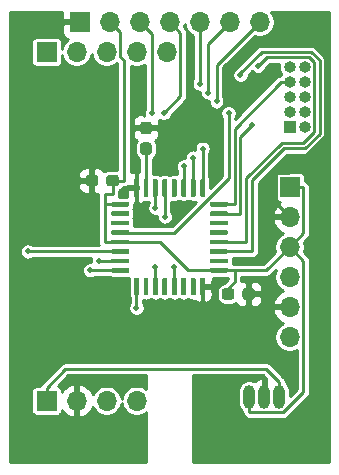
<source format=gtl>
G04 #@! TF.GenerationSoftware,KiCad,Pcbnew,(5.1.5-0-10_14)*
G04 #@! TF.CreationDate,2020-06-21T17:24:19+09:00*
G04 #@! TF.ProjectId,EnvMon,456e764d-6f6e-42e6-9b69-6361645f7063,1.0*
G04 #@! TF.SameCoordinates,Original*
G04 #@! TF.FileFunction,Copper,L1,Top*
G04 #@! TF.FilePolarity,Positive*
%FSLAX46Y46*%
G04 Gerber Fmt 4.6, Leading zero omitted, Abs format (unit mm)*
G04 Created by KiCad (PCBNEW (5.1.5-0-10_14)) date 2020-06-21 17:24:19*
%MOMM*%
%LPD*%
G04 APERTURE LIST*
%ADD10C,0.100000*%
%ADD11O,1.700000X1.700000*%
%ADD12R,1.700000X1.700000*%
%ADD13O,1.000000X1.000000*%
%ADD14R,1.000000X1.000000*%
%ADD15O,1.000000X2.000000*%
%ADD16C,0.508000*%
%ADD17C,0.254000*%
G04 APERTURE END LIST*
G04 #@! TA.AperFunction,SMDPad,CuDef*
D10*
G36*
X7010779Y-23826144D02*
G01*
X7033834Y-23829563D01*
X7056443Y-23835227D01*
X7078387Y-23843079D01*
X7099457Y-23853044D01*
X7119448Y-23865026D01*
X7138168Y-23878910D01*
X7155438Y-23894562D01*
X7171090Y-23911832D01*
X7184974Y-23930552D01*
X7196956Y-23950543D01*
X7206921Y-23971613D01*
X7214773Y-23993557D01*
X7220437Y-24016166D01*
X7223856Y-24039221D01*
X7225000Y-24062500D01*
X7225000Y-24537500D01*
X7223856Y-24560779D01*
X7220437Y-24583834D01*
X7214773Y-24606443D01*
X7206921Y-24628387D01*
X7196956Y-24649457D01*
X7184974Y-24669448D01*
X7171090Y-24688168D01*
X7155438Y-24705438D01*
X7138168Y-24721090D01*
X7119448Y-24734974D01*
X7099457Y-24746956D01*
X7078387Y-24756921D01*
X7056443Y-24764773D01*
X7033834Y-24770437D01*
X7010779Y-24773856D01*
X6987500Y-24775000D01*
X6412500Y-24775000D01*
X6389221Y-24773856D01*
X6366166Y-24770437D01*
X6343557Y-24764773D01*
X6321613Y-24756921D01*
X6300543Y-24746956D01*
X6280552Y-24734974D01*
X6261832Y-24721090D01*
X6244562Y-24705438D01*
X6228910Y-24688168D01*
X6215026Y-24669448D01*
X6203044Y-24649457D01*
X6193079Y-24628387D01*
X6185227Y-24606443D01*
X6179563Y-24583834D01*
X6176144Y-24560779D01*
X6175000Y-24537500D01*
X6175000Y-24062500D01*
X6176144Y-24039221D01*
X6179563Y-24016166D01*
X6185227Y-23993557D01*
X6193079Y-23971613D01*
X6203044Y-23950543D01*
X6215026Y-23930552D01*
X6228910Y-23911832D01*
X6244562Y-23894562D01*
X6261832Y-23878910D01*
X6280552Y-23865026D01*
X6300543Y-23853044D01*
X6321613Y-23843079D01*
X6343557Y-23835227D01*
X6366166Y-23829563D01*
X6389221Y-23826144D01*
X6412500Y-23825000D01*
X6987500Y-23825000D01*
X7010779Y-23826144D01*
G37*
G04 #@! TD.AperFunction*
G04 #@! TA.AperFunction,SMDPad,CuDef*
G36*
X5260779Y-23826144D02*
G01*
X5283834Y-23829563D01*
X5306443Y-23835227D01*
X5328387Y-23843079D01*
X5349457Y-23853044D01*
X5369448Y-23865026D01*
X5388168Y-23878910D01*
X5405438Y-23894562D01*
X5421090Y-23911832D01*
X5434974Y-23930552D01*
X5446956Y-23950543D01*
X5456921Y-23971613D01*
X5464773Y-23993557D01*
X5470437Y-24016166D01*
X5473856Y-24039221D01*
X5475000Y-24062500D01*
X5475000Y-24537500D01*
X5473856Y-24560779D01*
X5470437Y-24583834D01*
X5464773Y-24606443D01*
X5456921Y-24628387D01*
X5446956Y-24649457D01*
X5434974Y-24669448D01*
X5421090Y-24688168D01*
X5405438Y-24705438D01*
X5388168Y-24721090D01*
X5369448Y-24734974D01*
X5349457Y-24746956D01*
X5328387Y-24756921D01*
X5306443Y-24764773D01*
X5283834Y-24770437D01*
X5260779Y-24773856D01*
X5237500Y-24775000D01*
X4662500Y-24775000D01*
X4639221Y-24773856D01*
X4616166Y-24770437D01*
X4593557Y-24764773D01*
X4571613Y-24756921D01*
X4550543Y-24746956D01*
X4530552Y-24734974D01*
X4511832Y-24721090D01*
X4494562Y-24705438D01*
X4478910Y-24688168D01*
X4465026Y-24669448D01*
X4453044Y-24649457D01*
X4443079Y-24628387D01*
X4435227Y-24606443D01*
X4429563Y-24583834D01*
X4426144Y-24560779D01*
X4425000Y-24537500D01*
X4425000Y-24062500D01*
X4426144Y-24039221D01*
X4429563Y-24016166D01*
X4435227Y-23993557D01*
X4443079Y-23971613D01*
X4453044Y-23950543D01*
X4465026Y-23930552D01*
X4478910Y-23911832D01*
X4494562Y-23894562D01*
X4511832Y-23878910D01*
X4530552Y-23865026D01*
X4550543Y-23853044D01*
X4571613Y-23843079D01*
X4593557Y-23835227D01*
X4616166Y-23829563D01*
X4639221Y-23826144D01*
X4662500Y-23825000D01*
X5237500Y-23825000D01*
X5260779Y-23826144D01*
G37*
G04 #@! TD.AperFunction*
G04 #@! TA.AperFunction,SMDPad,CuDef*
G36*
X-6264221Y-14226144D02*
G01*
X-6241166Y-14229563D01*
X-6218557Y-14235227D01*
X-6196613Y-14243079D01*
X-6175543Y-14253044D01*
X-6155552Y-14265026D01*
X-6136832Y-14278910D01*
X-6119562Y-14294562D01*
X-6103910Y-14311832D01*
X-6090026Y-14330552D01*
X-6078044Y-14350543D01*
X-6068079Y-14371613D01*
X-6060227Y-14393557D01*
X-6054563Y-14416166D01*
X-6051144Y-14439221D01*
X-6050000Y-14462500D01*
X-6050000Y-14937500D01*
X-6051144Y-14960779D01*
X-6054563Y-14983834D01*
X-6060227Y-15006443D01*
X-6068079Y-15028387D01*
X-6078044Y-15049457D01*
X-6090026Y-15069448D01*
X-6103910Y-15088168D01*
X-6119562Y-15105438D01*
X-6136832Y-15121090D01*
X-6155552Y-15134974D01*
X-6175543Y-15146956D01*
X-6196613Y-15156921D01*
X-6218557Y-15164773D01*
X-6241166Y-15170437D01*
X-6264221Y-15173856D01*
X-6287500Y-15175000D01*
X-6862500Y-15175000D01*
X-6885779Y-15173856D01*
X-6908834Y-15170437D01*
X-6931443Y-15164773D01*
X-6953387Y-15156921D01*
X-6974457Y-15146956D01*
X-6994448Y-15134974D01*
X-7013168Y-15121090D01*
X-7030438Y-15105438D01*
X-7046090Y-15088168D01*
X-7059974Y-15069448D01*
X-7071956Y-15049457D01*
X-7081921Y-15028387D01*
X-7089773Y-15006443D01*
X-7095437Y-14983834D01*
X-7098856Y-14960779D01*
X-7100000Y-14937500D01*
X-7100000Y-14462500D01*
X-7098856Y-14439221D01*
X-7095437Y-14416166D01*
X-7089773Y-14393557D01*
X-7081921Y-14371613D01*
X-7071956Y-14350543D01*
X-7059974Y-14330552D01*
X-7046090Y-14311832D01*
X-7030438Y-14294562D01*
X-7013168Y-14278910D01*
X-6994448Y-14265026D01*
X-6974457Y-14253044D01*
X-6953387Y-14243079D01*
X-6931443Y-14235227D01*
X-6908834Y-14229563D01*
X-6885779Y-14226144D01*
X-6862500Y-14225000D01*
X-6287500Y-14225000D01*
X-6264221Y-14226144D01*
G37*
G04 #@! TD.AperFunction*
G04 #@! TA.AperFunction,SMDPad,CuDef*
G36*
X-4514221Y-14226144D02*
G01*
X-4491166Y-14229563D01*
X-4468557Y-14235227D01*
X-4446613Y-14243079D01*
X-4425543Y-14253044D01*
X-4405552Y-14265026D01*
X-4386832Y-14278910D01*
X-4369562Y-14294562D01*
X-4353910Y-14311832D01*
X-4340026Y-14330552D01*
X-4328044Y-14350543D01*
X-4318079Y-14371613D01*
X-4310227Y-14393557D01*
X-4304563Y-14416166D01*
X-4301144Y-14439221D01*
X-4300000Y-14462500D01*
X-4300000Y-14937500D01*
X-4301144Y-14960779D01*
X-4304563Y-14983834D01*
X-4310227Y-15006443D01*
X-4318079Y-15028387D01*
X-4328044Y-15049457D01*
X-4340026Y-15069448D01*
X-4353910Y-15088168D01*
X-4369562Y-15105438D01*
X-4386832Y-15121090D01*
X-4405552Y-15134974D01*
X-4425543Y-15146956D01*
X-4446613Y-15156921D01*
X-4468557Y-15164773D01*
X-4491166Y-15170437D01*
X-4514221Y-15173856D01*
X-4537500Y-15175000D01*
X-5112500Y-15175000D01*
X-5135779Y-15173856D01*
X-5158834Y-15170437D01*
X-5181443Y-15164773D01*
X-5203387Y-15156921D01*
X-5224457Y-15146956D01*
X-5244448Y-15134974D01*
X-5263168Y-15121090D01*
X-5280438Y-15105438D01*
X-5296090Y-15088168D01*
X-5309974Y-15069448D01*
X-5321956Y-15049457D01*
X-5331921Y-15028387D01*
X-5339773Y-15006443D01*
X-5345437Y-14983834D01*
X-5348856Y-14960779D01*
X-5350000Y-14937500D01*
X-5350000Y-14462500D01*
X-5348856Y-14439221D01*
X-5345437Y-14416166D01*
X-5339773Y-14393557D01*
X-5331921Y-14371613D01*
X-5321956Y-14350543D01*
X-5309974Y-14330552D01*
X-5296090Y-14311832D01*
X-5280438Y-14294562D01*
X-5263168Y-14278910D01*
X-5244448Y-14265026D01*
X-5224457Y-14253044D01*
X-5203387Y-14243079D01*
X-5181443Y-14235227D01*
X-5158834Y-14229563D01*
X-5135779Y-14226144D01*
X-5112500Y-14225000D01*
X-4537500Y-14225000D01*
X-4514221Y-14226144D01*
G37*
G04 #@! TD.AperFunction*
D11*
X10160000Y-27940000D03*
X10160000Y-25400000D03*
X10160000Y-22860000D03*
X10160000Y-20320000D03*
X10160000Y-17780000D03*
D12*
X10160000Y-15240000D03*
D13*
X11430000Y-5080000D03*
X10160000Y-5080000D03*
X11430000Y-6350000D03*
X10160000Y-6350000D03*
X11430000Y-7620000D03*
X10160000Y-7620000D03*
X11430000Y-8890000D03*
X10160000Y-8890000D03*
X11430000Y-10160000D03*
D14*
X10160000Y-10160000D03*
D12*
X-7620000Y-1270000D03*
D11*
X2540000Y-1270000D03*
X5080000Y-1270000D03*
X7620000Y-1270000D03*
X-5080000Y-1270000D03*
X-2540000Y-1270000D03*
X0Y-1270000D03*
G04 #@! TA.AperFunction,SMDPad,CuDef*
D10*
G36*
X-2690198Y-14575482D02*
G01*
X-2680491Y-14576921D01*
X-2670972Y-14579306D01*
X-2661732Y-14582612D01*
X-2652860Y-14586808D01*
X-2644443Y-14591853D01*
X-2636561Y-14597699D01*
X-2629289Y-14604289D01*
X-2622699Y-14611561D01*
X-2616853Y-14619443D01*
X-2611808Y-14627860D01*
X-2607612Y-14636732D01*
X-2604306Y-14645972D01*
X-2601921Y-14655491D01*
X-2600482Y-14665198D01*
X-2600000Y-14675000D01*
X-2600000Y-15975000D01*
X-2600482Y-15984802D01*
X-2601921Y-15994509D01*
X-2604306Y-16004028D01*
X-2607612Y-16013268D01*
X-2611808Y-16022140D01*
X-2616853Y-16030557D01*
X-2622699Y-16038439D01*
X-2629289Y-16045711D01*
X-2636561Y-16052301D01*
X-2644443Y-16058147D01*
X-2652860Y-16063192D01*
X-2661732Y-16067388D01*
X-2670972Y-16070694D01*
X-2680491Y-16073079D01*
X-2690198Y-16074518D01*
X-2700000Y-16075000D01*
X-2900000Y-16075000D01*
X-2909802Y-16074518D01*
X-2919509Y-16073079D01*
X-2929028Y-16070694D01*
X-2938268Y-16067388D01*
X-2947140Y-16063192D01*
X-2955557Y-16058147D01*
X-2963439Y-16052301D01*
X-2970711Y-16045711D01*
X-2977301Y-16038439D01*
X-2983147Y-16030557D01*
X-2988192Y-16022140D01*
X-2992388Y-16013268D01*
X-2995694Y-16004028D01*
X-2998079Y-15994509D01*
X-2999518Y-15984802D01*
X-3000000Y-15975000D01*
X-3000000Y-14675000D01*
X-2999518Y-14665198D01*
X-2998079Y-14655491D01*
X-2995694Y-14645972D01*
X-2992388Y-14636732D01*
X-2988192Y-14627860D01*
X-2983147Y-14619443D01*
X-2977301Y-14611561D01*
X-2970711Y-14604289D01*
X-2963439Y-14597699D01*
X-2955557Y-14591853D01*
X-2947140Y-14586808D01*
X-2938268Y-14582612D01*
X-2929028Y-14579306D01*
X-2919509Y-14576921D01*
X-2909802Y-14575482D01*
X-2900000Y-14575000D01*
X-2700000Y-14575000D01*
X-2690198Y-14575482D01*
G37*
G04 #@! TD.AperFunction*
G04 #@! TA.AperFunction,SMDPad,CuDef*
G36*
X-1890198Y-14575482D02*
G01*
X-1880491Y-14576921D01*
X-1870972Y-14579306D01*
X-1861732Y-14582612D01*
X-1852860Y-14586808D01*
X-1844443Y-14591853D01*
X-1836561Y-14597699D01*
X-1829289Y-14604289D01*
X-1822699Y-14611561D01*
X-1816853Y-14619443D01*
X-1811808Y-14627860D01*
X-1807612Y-14636732D01*
X-1804306Y-14645972D01*
X-1801921Y-14655491D01*
X-1800482Y-14665198D01*
X-1800000Y-14675000D01*
X-1800000Y-15975000D01*
X-1800482Y-15984802D01*
X-1801921Y-15994509D01*
X-1804306Y-16004028D01*
X-1807612Y-16013268D01*
X-1811808Y-16022140D01*
X-1816853Y-16030557D01*
X-1822699Y-16038439D01*
X-1829289Y-16045711D01*
X-1836561Y-16052301D01*
X-1844443Y-16058147D01*
X-1852860Y-16063192D01*
X-1861732Y-16067388D01*
X-1870972Y-16070694D01*
X-1880491Y-16073079D01*
X-1890198Y-16074518D01*
X-1900000Y-16075000D01*
X-2100000Y-16075000D01*
X-2109802Y-16074518D01*
X-2119509Y-16073079D01*
X-2129028Y-16070694D01*
X-2138268Y-16067388D01*
X-2147140Y-16063192D01*
X-2155557Y-16058147D01*
X-2163439Y-16052301D01*
X-2170711Y-16045711D01*
X-2177301Y-16038439D01*
X-2183147Y-16030557D01*
X-2188192Y-16022140D01*
X-2192388Y-16013268D01*
X-2195694Y-16004028D01*
X-2198079Y-15994509D01*
X-2199518Y-15984802D01*
X-2200000Y-15975000D01*
X-2200000Y-14675000D01*
X-2199518Y-14665198D01*
X-2198079Y-14655491D01*
X-2195694Y-14645972D01*
X-2192388Y-14636732D01*
X-2188192Y-14627860D01*
X-2183147Y-14619443D01*
X-2177301Y-14611561D01*
X-2170711Y-14604289D01*
X-2163439Y-14597699D01*
X-2155557Y-14591853D01*
X-2147140Y-14586808D01*
X-2138268Y-14582612D01*
X-2129028Y-14579306D01*
X-2119509Y-14576921D01*
X-2109802Y-14575482D01*
X-2100000Y-14575000D01*
X-1900000Y-14575000D01*
X-1890198Y-14575482D01*
G37*
G04 #@! TD.AperFunction*
G04 #@! TA.AperFunction,SMDPad,CuDef*
G36*
X-1090198Y-14575482D02*
G01*
X-1080491Y-14576921D01*
X-1070972Y-14579306D01*
X-1061732Y-14582612D01*
X-1052860Y-14586808D01*
X-1044443Y-14591853D01*
X-1036561Y-14597699D01*
X-1029289Y-14604289D01*
X-1022699Y-14611561D01*
X-1016853Y-14619443D01*
X-1011808Y-14627860D01*
X-1007612Y-14636732D01*
X-1004306Y-14645972D01*
X-1001921Y-14655491D01*
X-1000482Y-14665198D01*
X-1000000Y-14675000D01*
X-1000000Y-15975000D01*
X-1000482Y-15984802D01*
X-1001921Y-15994509D01*
X-1004306Y-16004028D01*
X-1007612Y-16013268D01*
X-1011808Y-16022140D01*
X-1016853Y-16030557D01*
X-1022699Y-16038439D01*
X-1029289Y-16045711D01*
X-1036561Y-16052301D01*
X-1044443Y-16058147D01*
X-1052860Y-16063192D01*
X-1061732Y-16067388D01*
X-1070972Y-16070694D01*
X-1080491Y-16073079D01*
X-1090198Y-16074518D01*
X-1100000Y-16075000D01*
X-1300000Y-16075000D01*
X-1309802Y-16074518D01*
X-1319509Y-16073079D01*
X-1329028Y-16070694D01*
X-1338268Y-16067388D01*
X-1347140Y-16063192D01*
X-1355557Y-16058147D01*
X-1363439Y-16052301D01*
X-1370711Y-16045711D01*
X-1377301Y-16038439D01*
X-1383147Y-16030557D01*
X-1388192Y-16022140D01*
X-1392388Y-16013268D01*
X-1395694Y-16004028D01*
X-1398079Y-15994509D01*
X-1399518Y-15984802D01*
X-1400000Y-15975000D01*
X-1400000Y-14675000D01*
X-1399518Y-14665198D01*
X-1398079Y-14655491D01*
X-1395694Y-14645972D01*
X-1392388Y-14636732D01*
X-1388192Y-14627860D01*
X-1383147Y-14619443D01*
X-1377301Y-14611561D01*
X-1370711Y-14604289D01*
X-1363439Y-14597699D01*
X-1355557Y-14591853D01*
X-1347140Y-14586808D01*
X-1338268Y-14582612D01*
X-1329028Y-14579306D01*
X-1319509Y-14576921D01*
X-1309802Y-14575482D01*
X-1300000Y-14575000D01*
X-1100000Y-14575000D01*
X-1090198Y-14575482D01*
G37*
G04 #@! TD.AperFunction*
G04 #@! TA.AperFunction,SMDPad,CuDef*
G36*
X-290198Y-14575482D02*
G01*
X-280491Y-14576921D01*
X-270972Y-14579306D01*
X-261732Y-14582612D01*
X-252860Y-14586808D01*
X-244443Y-14591853D01*
X-236561Y-14597699D01*
X-229289Y-14604289D01*
X-222699Y-14611561D01*
X-216853Y-14619443D01*
X-211808Y-14627860D01*
X-207612Y-14636732D01*
X-204306Y-14645972D01*
X-201921Y-14655491D01*
X-200482Y-14665198D01*
X-200000Y-14675000D01*
X-200000Y-15975000D01*
X-200482Y-15984802D01*
X-201921Y-15994509D01*
X-204306Y-16004028D01*
X-207612Y-16013268D01*
X-211808Y-16022140D01*
X-216853Y-16030557D01*
X-222699Y-16038439D01*
X-229289Y-16045711D01*
X-236561Y-16052301D01*
X-244443Y-16058147D01*
X-252860Y-16063192D01*
X-261732Y-16067388D01*
X-270972Y-16070694D01*
X-280491Y-16073079D01*
X-290198Y-16074518D01*
X-300000Y-16075000D01*
X-500000Y-16075000D01*
X-509802Y-16074518D01*
X-519509Y-16073079D01*
X-529028Y-16070694D01*
X-538268Y-16067388D01*
X-547140Y-16063192D01*
X-555557Y-16058147D01*
X-563439Y-16052301D01*
X-570711Y-16045711D01*
X-577301Y-16038439D01*
X-583147Y-16030557D01*
X-588192Y-16022140D01*
X-592388Y-16013268D01*
X-595694Y-16004028D01*
X-598079Y-15994509D01*
X-599518Y-15984802D01*
X-600000Y-15975000D01*
X-600000Y-14675000D01*
X-599518Y-14665198D01*
X-598079Y-14655491D01*
X-595694Y-14645972D01*
X-592388Y-14636732D01*
X-588192Y-14627860D01*
X-583147Y-14619443D01*
X-577301Y-14611561D01*
X-570711Y-14604289D01*
X-563439Y-14597699D01*
X-555557Y-14591853D01*
X-547140Y-14586808D01*
X-538268Y-14582612D01*
X-529028Y-14579306D01*
X-519509Y-14576921D01*
X-509802Y-14575482D01*
X-500000Y-14575000D01*
X-300000Y-14575000D01*
X-290198Y-14575482D01*
G37*
G04 #@! TD.AperFunction*
G04 #@! TA.AperFunction,SMDPad,CuDef*
G36*
X509802Y-14575482D02*
G01*
X519509Y-14576921D01*
X529028Y-14579306D01*
X538268Y-14582612D01*
X547140Y-14586808D01*
X555557Y-14591853D01*
X563439Y-14597699D01*
X570711Y-14604289D01*
X577301Y-14611561D01*
X583147Y-14619443D01*
X588192Y-14627860D01*
X592388Y-14636732D01*
X595694Y-14645972D01*
X598079Y-14655491D01*
X599518Y-14665198D01*
X600000Y-14675000D01*
X600000Y-15975000D01*
X599518Y-15984802D01*
X598079Y-15994509D01*
X595694Y-16004028D01*
X592388Y-16013268D01*
X588192Y-16022140D01*
X583147Y-16030557D01*
X577301Y-16038439D01*
X570711Y-16045711D01*
X563439Y-16052301D01*
X555557Y-16058147D01*
X547140Y-16063192D01*
X538268Y-16067388D01*
X529028Y-16070694D01*
X519509Y-16073079D01*
X509802Y-16074518D01*
X500000Y-16075000D01*
X300000Y-16075000D01*
X290198Y-16074518D01*
X280491Y-16073079D01*
X270972Y-16070694D01*
X261732Y-16067388D01*
X252860Y-16063192D01*
X244443Y-16058147D01*
X236561Y-16052301D01*
X229289Y-16045711D01*
X222699Y-16038439D01*
X216853Y-16030557D01*
X211808Y-16022140D01*
X207612Y-16013268D01*
X204306Y-16004028D01*
X201921Y-15994509D01*
X200482Y-15984802D01*
X200000Y-15975000D01*
X200000Y-14675000D01*
X200482Y-14665198D01*
X201921Y-14655491D01*
X204306Y-14645972D01*
X207612Y-14636732D01*
X211808Y-14627860D01*
X216853Y-14619443D01*
X222699Y-14611561D01*
X229289Y-14604289D01*
X236561Y-14597699D01*
X244443Y-14591853D01*
X252860Y-14586808D01*
X261732Y-14582612D01*
X270972Y-14579306D01*
X280491Y-14576921D01*
X290198Y-14575482D01*
X300000Y-14575000D01*
X500000Y-14575000D01*
X509802Y-14575482D01*
G37*
G04 #@! TD.AperFunction*
G04 #@! TA.AperFunction,SMDPad,CuDef*
G36*
X1309802Y-14575482D02*
G01*
X1319509Y-14576921D01*
X1329028Y-14579306D01*
X1338268Y-14582612D01*
X1347140Y-14586808D01*
X1355557Y-14591853D01*
X1363439Y-14597699D01*
X1370711Y-14604289D01*
X1377301Y-14611561D01*
X1383147Y-14619443D01*
X1388192Y-14627860D01*
X1392388Y-14636732D01*
X1395694Y-14645972D01*
X1398079Y-14655491D01*
X1399518Y-14665198D01*
X1400000Y-14675000D01*
X1400000Y-15975000D01*
X1399518Y-15984802D01*
X1398079Y-15994509D01*
X1395694Y-16004028D01*
X1392388Y-16013268D01*
X1388192Y-16022140D01*
X1383147Y-16030557D01*
X1377301Y-16038439D01*
X1370711Y-16045711D01*
X1363439Y-16052301D01*
X1355557Y-16058147D01*
X1347140Y-16063192D01*
X1338268Y-16067388D01*
X1329028Y-16070694D01*
X1319509Y-16073079D01*
X1309802Y-16074518D01*
X1300000Y-16075000D01*
X1100000Y-16075000D01*
X1090198Y-16074518D01*
X1080491Y-16073079D01*
X1070972Y-16070694D01*
X1061732Y-16067388D01*
X1052860Y-16063192D01*
X1044443Y-16058147D01*
X1036561Y-16052301D01*
X1029289Y-16045711D01*
X1022699Y-16038439D01*
X1016853Y-16030557D01*
X1011808Y-16022140D01*
X1007612Y-16013268D01*
X1004306Y-16004028D01*
X1001921Y-15994509D01*
X1000482Y-15984802D01*
X1000000Y-15975000D01*
X1000000Y-14675000D01*
X1000482Y-14665198D01*
X1001921Y-14655491D01*
X1004306Y-14645972D01*
X1007612Y-14636732D01*
X1011808Y-14627860D01*
X1016853Y-14619443D01*
X1022699Y-14611561D01*
X1029289Y-14604289D01*
X1036561Y-14597699D01*
X1044443Y-14591853D01*
X1052860Y-14586808D01*
X1061732Y-14582612D01*
X1070972Y-14579306D01*
X1080491Y-14576921D01*
X1090198Y-14575482D01*
X1100000Y-14575000D01*
X1300000Y-14575000D01*
X1309802Y-14575482D01*
G37*
G04 #@! TD.AperFunction*
G04 #@! TA.AperFunction,SMDPad,CuDef*
G36*
X2109802Y-14575482D02*
G01*
X2119509Y-14576921D01*
X2129028Y-14579306D01*
X2138268Y-14582612D01*
X2147140Y-14586808D01*
X2155557Y-14591853D01*
X2163439Y-14597699D01*
X2170711Y-14604289D01*
X2177301Y-14611561D01*
X2183147Y-14619443D01*
X2188192Y-14627860D01*
X2192388Y-14636732D01*
X2195694Y-14645972D01*
X2198079Y-14655491D01*
X2199518Y-14665198D01*
X2200000Y-14675000D01*
X2200000Y-15975000D01*
X2199518Y-15984802D01*
X2198079Y-15994509D01*
X2195694Y-16004028D01*
X2192388Y-16013268D01*
X2188192Y-16022140D01*
X2183147Y-16030557D01*
X2177301Y-16038439D01*
X2170711Y-16045711D01*
X2163439Y-16052301D01*
X2155557Y-16058147D01*
X2147140Y-16063192D01*
X2138268Y-16067388D01*
X2129028Y-16070694D01*
X2119509Y-16073079D01*
X2109802Y-16074518D01*
X2100000Y-16075000D01*
X1900000Y-16075000D01*
X1890198Y-16074518D01*
X1880491Y-16073079D01*
X1870972Y-16070694D01*
X1861732Y-16067388D01*
X1852860Y-16063192D01*
X1844443Y-16058147D01*
X1836561Y-16052301D01*
X1829289Y-16045711D01*
X1822699Y-16038439D01*
X1816853Y-16030557D01*
X1811808Y-16022140D01*
X1807612Y-16013268D01*
X1804306Y-16004028D01*
X1801921Y-15994509D01*
X1800482Y-15984802D01*
X1800000Y-15975000D01*
X1800000Y-14675000D01*
X1800482Y-14665198D01*
X1801921Y-14655491D01*
X1804306Y-14645972D01*
X1807612Y-14636732D01*
X1811808Y-14627860D01*
X1816853Y-14619443D01*
X1822699Y-14611561D01*
X1829289Y-14604289D01*
X1836561Y-14597699D01*
X1844443Y-14591853D01*
X1852860Y-14586808D01*
X1861732Y-14582612D01*
X1870972Y-14579306D01*
X1880491Y-14576921D01*
X1890198Y-14575482D01*
X1900000Y-14575000D01*
X2100000Y-14575000D01*
X2109802Y-14575482D01*
G37*
G04 #@! TD.AperFunction*
G04 #@! TA.AperFunction,SMDPad,CuDef*
G36*
X2909802Y-14575482D02*
G01*
X2919509Y-14576921D01*
X2929028Y-14579306D01*
X2938268Y-14582612D01*
X2947140Y-14586808D01*
X2955557Y-14591853D01*
X2963439Y-14597699D01*
X2970711Y-14604289D01*
X2977301Y-14611561D01*
X2983147Y-14619443D01*
X2988192Y-14627860D01*
X2992388Y-14636732D01*
X2995694Y-14645972D01*
X2998079Y-14655491D01*
X2999518Y-14665198D01*
X3000000Y-14675000D01*
X3000000Y-15975000D01*
X2999518Y-15984802D01*
X2998079Y-15994509D01*
X2995694Y-16004028D01*
X2992388Y-16013268D01*
X2988192Y-16022140D01*
X2983147Y-16030557D01*
X2977301Y-16038439D01*
X2970711Y-16045711D01*
X2963439Y-16052301D01*
X2955557Y-16058147D01*
X2947140Y-16063192D01*
X2938268Y-16067388D01*
X2929028Y-16070694D01*
X2919509Y-16073079D01*
X2909802Y-16074518D01*
X2900000Y-16075000D01*
X2700000Y-16075000D01*
X2690198Y-16074518D01*
X2680491Y-16073079D01*
X2670972Y-16070694D01*
X2661732Y-16067388D01*
X2652860Y-16063192D01*
X2644443Y-16058147D01*
X2636561Y-16052301D01*
X2629289Y-16045711D01*
X2622699Y-16038439D01*
X2616853Y-16030557D01*
X2611808Y-16022140D01*
X2607612Y-16013268D01*
X2604306Y-16004028D01*
X2601921Y-15994509D01*
X2600482Y-15984802D01*
X2600000Y-15975000D01*
X2600000Y-14675000D01*
X2600482Y-14665198D01*
X2601921Y-14655491D01*
X2604306Y-14645972D01*
X2607612Y-14636732D01*
X2611808Y-14627860D01*
X2616853Y-14619443D01*
X2622699Y-14611561D01*
X2629289Y-14604289D01*
X2636561Y-14597699D01*
X2644443Y-14591853D01*
X2652860Y-14586808D01*
X2661732Y-14582612D01*
X2670972Y-14579306D01*
X2680491Y-14576921D01*
X2690198Y-14575482D01*
X2700000Y-14575000D01*
X2900000Y-14575000D01*
X2909802Y-14575482D01*
G37*
G04 #@! TD.AperFunction*
G04 #@! TA.AperFunction,SMDPad,CuDef*
G36*
X4834802Y-16500482D02*
G01*
X4844509Y-16501921D01*
X4854028Y-16504306D01*
X4863268Y-16507612D01*
X4872140Y-16511808D01*
X4880557Y-16516853D01*
X4888439Y-16522699D01*
X4895711Y-16529289D01*
X4902301Y-16536561D01*
X4908147Y-16544443D01*
X4913192Y-16552860D01*
X4917388Y-16561732D01*
X4920694Y-16570972D01*
X4923079Y-16580491D01*
X4924518Y-16590198D01*
X4925000Y-16600000D01*
X4925000Y-16800000D01*
X4924518Y-16809802D01*
X4923079Y-16819509D01*
X4920694Y-16829028D01*
X4917388Y-16838268D01*
X4913192Y-16847140D01*
X4908147Y-16855557D01*
X4902301Y-16863439D01*
X4895711Y-16870711D01*
X4888439Y-16877301D01*
X4880557Y-16883147D01*
X4872140Y-16888192D01*
X4863268Y-16892388D01*
X4854028Y-16895694D01*
X4844509Y-16898079D01*
X4834802Y-16899518D01*
X4825000Y-16900000D01*
X3525000Y-16900000D01*
X3515198Y-16899518D01*
X3505491Y-16898079D01*
X3495972Y-16895694D01*
X3486732Y-16892388D01*
X3477860Y-16888192D01*
X3469443Y-16883147D01*
X3461561Y-16877301D01*
X3454289Y-16870711D01*
X3447699Y-16863439D01*
X3441853Y-16855557D01*
X3436808Y-16847140D01*
X3432612Y-16838268D01*
X3429306Y-16829028D01*
X3426921Y-16819509D01*
X3425482Y-16809802D01*
X3425000Y-16800000D01*
X3425000Y-16600000D01*
X3425482Y-16590198D01*
X3426921Y-16580491D01*
X3429306Y-16570972D01*
X3432612Y-16561732D01*
X3436808Y-16552860D01*
X3441853Y-16544443D01*
X3447699Y-16536561D01*
X3454289Y-16529289D01*
X3461561Y-16522699D01*
X3469443Y-16516853D01*
X3477860Y-16511808D01*
X3486732Y-16507612D01*
X3495972Y-16504306D01*
X3505491Y-16501921D01*
X3515198Y-16500482D01*
X3525000Y-16500000D01*
X4825000Y-16500000D01*
X4834802Y-16500482D01*
G37*
G04 #@! TD.AperFunction*
G04 #@! TA.AperFunction,SMDPad,CuDef*
G36*
X4834802Y-17300482D02*
G01*
X4844509Y-17301921D01*
X4854028Y-17304306D01*
X4863268Y-17307612D01*
X4872140Y-17311808D01*
X4880557Y-17316853D01*
X4888439Y-17322699D01*
X4895711Y-17329289D01*
X4902301Y-17336561D01*
X4908147Y-17344443D01*
X4913192Y-17352860D01*
X4917388Y-17361732D01*
X4920694Y-17370972D01*
X4923079Y-17380491D01*
X4924518Y-17390198D01*
X4925000Y-17400000D01*
X4925000Y-17600000D01*
X4924518Y-17609802D01*
X4923079Y-17619509D01*
X4920694Y-17629028D01*
X4917388Y-17638268D01*
X4913192Y-17647140D01*
X4908147Y-17655557D01*
X4902301Y-17663439D01*
X4895711Y-17670711D01*
X4888439Y-17677301D01*
X4880557Y-17683147D01*
X4872140Y-17688192D01*
X4863268Y-17692388D01*
X4854028Y-17695694D01*
X4844509Y-17698079D01*
X4834802Y-17699518D01*
X4825000Y-17700000D01*
X3525000Y-17700000D01*
X3515198Y-17699518D01*
X3505491Y-17698079D01*
X3495972Y-17695694D01*
X3486732Y-17692388D01*
X3477860Y-17688192D01*
X3469443Y-17683147D01*
X3461561Y-17677301D01*
X3454289Y-17670711D01*
X3447699Y-17663439D01*
X3441853Y-17655557D01*
X3436808Y-17647140D01*
X3432612Y-17638268D01*
X3429306Y-17629028D01*
X3426921Y-17619509D01*
X3425482Y-17609802D01*
X3425000Y-17600000D01*
X3425000Y-17400000D01*
X3425482Y-17390198D01*
X3426921Y-17380491D01*
X3429306Y-17370972D01*
X3432612Y-17361732D01*
X3436808Y-17352860D01*
X3441853Y-17344443D01*
X3447699Y-17336561D01*
X3454289Y-17329289D01*
X3461561Y-17322699D01*
X3469443Y-17316853D01*
X3477860Y-17311808D01*
X3486732Y-17307612D01*
X3495972Y-17304306D01*
X3505491Y-17301921D01*
X3515198Y-17300482D01*
X3525000Y-17300000D01*
X4825000Y-17300000D01*
X4834802Y-17300482D01*
G37*
G04 #@! TD.AperFunction*
G04 #@! TA.AperFunction,SMDPad,CuDef*
G36*
X4834802Y-18100482D02*
G01*
X4844509Y-18101921D01*
X4854028Y-18104306D01*
X4863268Y-18107612D01*
X4872140Y-18111808D01*
X4880557Y-18116853D01*
X4888439Y-18122699D01*
X4895711Y-18129289D01*
X4902301Y-18136561D01*
X4908147Y-18144443D01*
X4913192Y-18152860D01*
X4917388Y-18161732D01*
X4920694Y-18170972D01*
X4923079Y-18180491D01*
X4924518Y-18190198D01*
X4925000Y-18200000D01*
X4925000Y-18400000D01*
X4924518Y-18409802D01*
X4923079Y-18419509D01*
X4920694Y-18429028D01*
X4917388Y-18438268D01*
X4913192Y-18447140D01*
X4908147Y-18455557D01*
X4902301Y-18463439D01*
X4895711Y-18470711D01*
X4888439Y-18477301D01*
X4880557Y-18483147D01*
X4872140Y-18488192D01*
X4863268Y-18492388D01*
X4854028Y-18495694D01*
X4844509Y-18498079D01*
X4834802Y-18499518D01*
X4825000Y-18500000D01*
X3525000Y-18500000D01*
X3515198Y-18499518D01*
X3505491Y-18498079D01*
X3495972Y-18495694D01*
X3486732Y-18492388D01*
X3477860Y-18488192D01*
X3469443Y-18483147D01*
X3461561Y-18477301D01*
X3454289Y-18470711D01*
X3447699Y-18463439D01*
X3441853Y-18455557D01*
X3436808Y-18447140D01*
X3432612Y-18438268D01*
X3429306Y-18429028D01*
X3426921Y-18419509D01*
X3425482Y-18409802D01*
X3425000Y-18400000D01*
X3425000Y-18200000D01*
X3425482Y-18190198D01*
X3426921Y-18180491D01*
X3429306Y-18170972D01*
X3432612Y-18161732D01*
X3436808Y-18152860D01*
X3441853Y-18144443D01*
X3447699Y-18136561D01*
X3454289Y-18129289D01*
X3461561Y-18122699D01*
X3469443Y-18116853D01*
X3477860Y-18111808D01*
X3486732Y-18107612D01*
X3495972Y-18104306D01*
X3505491Y-18101921D01*
X3515198Y-18100482D01*
X3525000Y-18100000D01*
X4825000Y-18100000D01*
X4834802Y-18100482D01*
G37*
G04 #@! TD.AperFunction*
G04 #@! TA.AperFunction,SMDPad,CuDef*
G36*
X4834802Y-18900482D02*
G01*
X4844509Y-18901921D01*
X4854028Y-18904306D01*
X4863268Y-18907612D01*
X4872140Y-18911808D01*
X4880557Y-18916853D01*
X4888439Y-18922699D01*
X4895711Y-18929289D01*
X4902301Y-18936561D01*
X4908147Y-18944443D01*
X4913192Y-18952860D01*
X4917388Y-18961732D01*
X4920694Y-18970972D01*
X4923079Y-18980491D01*
X4924518Y-18990198D01*
X4925000Y-19000000D01*
X4925000Y-19200000D01*
X4924518Y-19209802D01*
X4923079Y-19219509D01*
X4920694Y-19229028D01*
X4917388Y-19238268D01*
X4913192Y-19247140D01*
X4908147Y-19255557D01*
X4902301Y-19263439D01*
X4895711Y-19270711D01*
X4888439Y-19277301D01*
X4880557Y-19283147D01*
X4872140Y-19288192D01*
X4863268Y-19292388D01*
X4854028Y-19295694D01*
X4844509Y-19298079D01*
X4834802Y-19299518D01*
X4825000Y-19300000D01*
X3525000Y-19300000D01*
X3515198Y-19299518D01*
X3505491Y-19298079D01*
X3495972Y-19295694D01*
X3486732Y-19292388D01*
X3477860Y-19288192D01*
X3469443Y-19283147D01*
X3461561Y-19277301D01*
X3454289Y-19270711D01*
X3447699Y-19263439D01*
X3441853Y-19255557D01*
X3436808Y-19247140D01*
X3432612Y-19238268D01*
X3429306Y-19229028D01*
X3426921Y-19219509D01*
X3425482Y-19209802D01*
X3425000Y-19200000D01*
X3425000Y-19000000D01*
X3425482Y-18990198D01*
X3426921Y-18980491D01*
X3429306Y-18970972D01*
X3432612Y-18961732D01*
X3436808Y-18952860D01*
X3441853Y-18944443D01*
X3447699Y-18936561D01*
X3454289Y-18929289D01*
X3461561Y-18922699D01*
X3469443Y-18916853D01*
X3477860Y-18911808D01*
X3486732Y-18907612D01*
X3495972Y-18904306D01*
X3505491Y-18901921D01*
X3515198Y-18900482D01*
X3525000Y-18900000D01*
X4825000Y-18900000D01*
X4834802Y-18900482D01*
G37*
G04 #@! TD.AperFunction*
G04 #@! TA.AperFunction,SMDPad,CuDef*
G36*
X4834802Y-19700482D02*
G01*
X4844509Y-19701921D01*
X4854028Y-19704306D01*
X4863268Y-19707612D01*
X4872140Y-19711808D01*
X4880557Y-19716853D01*
X4888439Y-19722699D01*
X4895711Y-19729289D01*
X4902301Y-19736561D01*
X4908147Y-19744443D01*
X4913192Y-19752860D01*
X4917388Y-19761732D01*
X4920694Y-19770972D01*
X4923079Y-19780491D01*
X4924518Y-19790198D01*
X4925000Y-19800000D01*
X4925000Y-20000000D01*
X4924518Y-20009802D01*
X4923079Y-20019509D01*
X4920694Y-20029028D01*
X4917388Y-20038268D01*
X4913192Y-20047140D01*
X4908147Y-20055557D01*
X4902301Y-20063439D01*
X4895711Y-20070711D01*
X4888439Y-20077301D01*
X4880557Y-20083147D01*
X4872140Y-20088192D01*
X4863268Y-20092388D01*
X4854028Y-20095694D01*
X4844509Y-20098079D01*
X4834802Y-20099518D01*
X4825000Y-20100000D01*
X3525000Y-20100000D01*
X3515198Y-20099518D01*
X3505491Y-20098079D01*
X3495972Y-20095694D01*
X3486732Y-20092388D01*
X3477860Y-20088192D01*
X3469443Y-20083147D01*
X3461561Y-20077301D01*
X3454289Y-20070711D01*
X3447699Y-20063439D01*
X3441853Y-20055557D01*
X3436808Y-20047140D01*
X3432612Y-20038268D01*
X3429306Y-20029028D01*
X3426921Y-20019509D01*
X3425482Y-20009802D01*
X3425000Y-20000000D01*
X3425000Y-19800000D01*
X3425482Y-19790198D01*
X3426921Y-19780491D01*
X3429306Y-19770972D01*
X3432612Y-19761732D01*
X3436808Y-19752860D01*
X3441853Y-19744443D01*
X3447699Y-19736561D01*
X3454289Y-19729289D01*
X3461561Y-19722699D01*
X3469443Y-19716853D01*
X3477860Y-19711808D01*
X3486732Y-19707612D01*
X3495972Y-19704306D01*
X3505491Y-19701921D01*
X3515198Y-19700482D01*
X3525000Y-19700000D01*
X4825000Y-19700000D01*
X4834802Y-19700482D01*
G37*
G04 #@! TD.AperFunction*
G04 #@! TA.AperFunction,SMDPad,CuDef*
G36*
X4834802Y-20500482D02*
G01*
X4844509Y-20501921D01*
X4854028Y-20504306D01*
X4863268Y-20507612D01*
X4872140Y-20511808D01*
X4880557Y-20516853D01*
X4888439Y-20522699D01*
X4895711Y-20529289D01*
X4902301Y-20536561D01*
X4908147Y-20544443D01*
X4913192Y-20552860D01*
X4917388Y-20561732D01*
X4920694Y-20570972D01*
X4923079Y-20580491D01*
X4924518Y-20590198D01*
X4925000Y-20600000D01*
X4925000Y-20800000D01*
X4924518Y-20809802D01*
X4923079Y-20819509D01*
X4920694Y-20829028D01*
X4917388Y-20838268D01*
X4913192Y-20847140D01*
X4908147Y-20855557D01*
X4902301Y-20863439D01*
X4895711Y-20870711D01*
X4888439Y-20877301D01*
X4880557Y-20883147D01*
X4872140Y-20888192D01*
X4863268Y-20892388D01*
X4854028Y-20895694D01*
X4844509Y-20898079D01*
X4834802Y-20899518D01*
X4825000Y-20900000D01*
X3525000Y-20900000D01*
X3515198Y-20899518D01*
X3505491Y-20898079D01*
X3495972Y-20895694D01*
X3486732Y-20892388D01*
X3477860Y-20888192D01*
X3469443Y-20883147D01*
X3461561Y-20877301D01*
X3454289Y-20870711D01*
X3447699Y-20863439D01*
X3441853Y-20855557D01*
X3436808Y-20847140D01*
X3432612Y-20838268D01*
X3429306Y-20829028D01*
X3426921Y-20819509D01*
X3425482Y-20809802D01*
X3425000Y-20800000D01*
X3425000Y-20600000D01*
X3425482Y-20590198D01*
X3426921Y-20580491D01*
X3429306Y-20570972D01*
X3432612Y-20561732D01*
X3436808Y-20552860D01*
X3441853Y-20544443D01*
X3447699Y-20536561D01*
X3454289Y-20529289D01*
X3461561Y-20522699D01*
X3469443Y-20516853D01*
X3477860Y-20511808D01*
X3486732Y-20507612D01*
X3495972Y-20504306D01*
X3505491Y-20501921D01*
X3515198Y-20500482D01*
X3525000Y-20500000D01*
X4825000Y-20500000D01*
X4834802Y-20500482D01*
G37*
G04 #@! TD.AperFunction*
G04 #@! TA.AperFunction,SMDPad,CuDef*
G36*
X4834802Y-21300482D02*
G01*
X4844509Y-21301921D01*
X4854028Y-21304306D01*
X4863268Y-21307612D01*
X4872140Y-21311808D01*
X4880557Y-21316853D01*
X4888439Y-21322699D01*
X4895711Y-21329289D01*
X4902301Y-21336561D01*
X4908147Y-21344443D01*
X4913192Y-21352860D01*
X4917388Y-21361732D01*
X4920694Y-21370972D01*
X4923079Y-21380491D01*
X4924518Y-21390198D01*
X4925000Y-21400000D01*
X4925000Y-21600000D01*
X4924518Y-21609802D01*
X4923079Y-21619509D01*
X4920694Y-21629028D01*
X4917388Y-21638268D01*
X4913192Y-21647140D01*
X4908147Y-21655557D01*
X4902301Y-21663439D01*
X4895711Y-21670711D01*
X4888439Y-21677301D01*
X4880557Y-21683147D01*
X4872140Y-21688192D01*
X4863268Y-21692388D01*
X4854028Y-21695694D01*
X4844509Y-21698079D01*
X4834802Y-21699518D01*
X4825000Y-21700000D01*
X3525000Y-21700000D01*
X3515198Y-21699518D01*
X3505491Y-21698079D01*
X3495972Y-21695694D01*
X3486732Y-21692388D01*
X3477860Y-21688192D01*
X3469443Y-21683147D01*
X3461561Y-21677301D01*
X3454289Y-21670711D01*
X3447699Y-21663439D01*
X3441853Y-21655557D01*
X3436808Y-21647140D01*
X3432612Y-21638268D01*
X3429306Y-21629028D01*
X3426921Y-21619509D01*
X3425482Y-21609802D01*
X3425000Y-21600000D01*
X3425000Y-21400000D01*
X3425482Y-21390198D01*
X3426921Y-21380491D01*
X3429306Y-21370972D01*
X3432612Y-21361732D01*
X3436808Y-21352860D01*
X3441853Y-21344443D01*
X3447699Y-21336561D01*
X3454289Y-21329289D01*
X3461561Y-21322699D01*
X3469443Y-21316853D01*
X3477860Y-21311808D01*
X3486732Y-21307612D01*
X3495972Y-21304306D01*
X3505491Y-21301921D01*
X3515198Y-21300482D01*
X3525000Y-21300000D01*
X4825000Y-21300000D01*
X4834802Y-21300482D01*
G37*
G04 #@! TD.AperFunction*
G04 #@! TA.AperFunction,SMDPad,CuDef*
G36*
X4834802Y-22100482D02*
G01*
X4844509Y-22101921D01*
X4854028Y-22104306D01*
X4863268Y-22107612D01*
X4872140Y-22111808D01*
X4880557Y-22116853D01*
X4888439Y-22122699D01*
X4895711Y-22129289D01*
X4902301Y-22136561D01*
X4908147Y-22144443D01*
X4913192Y-22152860D01*
X4917388Y-22161732D01*
X4920694Y-22170972D01*
X4923079Y-22180491D01*
X4924518Y-22190198D01*
X4925000Y-22200000D01*
X4925000Y-22400000D01*
X4924518Y-22409802D01*
X4923079Y-22419509D01*
X4920694Y-22429028D01*
X4917388Y-22438268D01*
X4913192Y-22447140D01*
X4908147Y-22455557D01*
X4902301Y-22463439D01*
X4895711Y-22470711D01*
X4888439Y-22477301D01*
X4880557Y-22483147D01*
X4872140Y-22488192D01*
X4863268Y-22492388D01*
X4854028Y-22495694D01*
X4844509Y-22498079D01*
X4834802Y-22499518D01*
X4825000Y-22500000D01*
X3525000Y-22500000D01*
X3515198Y-22499518D01*
X3505491Y-22498079D01*
X3495972Y-22495694D01*
X3486732Y-22492388D01*
X3477860Y-22488192D01*
X3469443Y-22483147D01*
X3461561Y-22477301D01*
X3454289Y-22470711D01*
X3447699Y-22463439D01*
X3441853Y-22455557D01*
X3436808Y-22447140D01*
X3432612Y-22438268D01*
X3429306Y-22429028D01*
X3426921Y-22419509D01*
X3425482Y-22409802D01*
X3425000Y-22400000D01*
X3425000Y-22200000D01*
X3425482Y-22190198D01*
X3426921Y-22180491D01*
X3429306Y-22170972D01*
X3432612Y-22161732D01*
X3436808Y-22152860D01*
X3441853Y-22144443D01*
X3447699Y-22136561D01*
X3454289Y-22129289D01*
X3461561Y-22122699D01*
X3469443Y-22116853D01*
X3477860Y-22111808D01*
X3486732Y-22107612D01*
X3495972Y-22104306D01*
X3505491Y-22101921D01*
X3515198Y-22100482D01*
X3525000Y-22100000D01*
X4825000Y-22100000D01*
X4834802Y-22100482D01*
G37*
G04 #@! TD.AperFunction*
G04 #@! TA.AperFunction,SMDPad,CuDef*
G36*
X2909802Y-22925482D02*
G01*
X2919509Y-22926921D01*
X2929028Y-22929306D01*
X2938268Y-22932612D01*
X2947140Y-22936808D01*
X2955557Y-22941853D01*
X2963439Y-22947699D01*
X2970711Y-22954289D01*
X2977301Y-22961561D01*
X2983147Y-22969443D01*
X2988192Y-22977860D01*
X2992388Y-22986732D01*
X2995694Y-22995972D01*
X2998079Y-23005491D01*
X2999518Y-23015198D01*
X3000000Y-23025000D01*
X3000000Y-24325000D01*
X2999518Y-24334802D01*
X2998079Y-24344509D01*
X2995694Y-24354028D01*
X2992388Y-24363268D01*
X2988192Y-24372140D01*
X2983147Y-24380557D01*
X2977301Y-24388439D01*
X2970711Y-24395711D01*
X2963439Y-24402301D01*
X2955557Y-24408147D01*
X2947140Y-24413192D01*
X2938268Y-24417388D01*
X2929028Y-24420694D01*
X2919509Y-24423079D01*
X2909802Y-24424518D01*
X2900000Y-24425000D01*
X2700000Y-24425000D01*
X2690198Y-24424518D01*
X2680491Y-24423079D01*
X2670972Y-24420694D01*
X2661732Y-24417388D01*
X2652860Y-24413192D01*
X2644443Y-24408147D01*
X2636561Y-24402301D01*
X2629289Y-24395711D01*
X2622699Y-24388439D01*
X2616853Y-24380557D01*
X2611808Y-24372140D01*
X2607612Y-24363268D01*
X2604306Y-24354028D01*
X2601921Y-24344509D01*
X2600482Y-24334802D01*
X2600000Y-24325000D01*
X2600000Y-23025000D01*
X2600482Y-23015198D01*
X2601921Y-23005491D01*
X2604306Y-22995972D01*
X2607612Y-22986732D01*
X2611808Y-22977860D01*
X2616853Y-22969443D01*
X2622699Y-22961561D01*
X2629289Y-22954289D01*
X2636561Y-22947699D01*
X2644443Y-22941853D01*
X2652860Y-22936808D01*
X2661732Y-22932612D01*
X2670972Y-22929306D01*
X2680491Y-22926921D01*
X2690198Y-22925482D01*
X2700000Y-22925000D01*
X2900000Y-22925000D01*
X2909802Y-22925482D01*
G37*
G04 #@! TD.AperFunction*
G04 #@! TA.AperFunction,SMDPad,CuDef*
G36*
X2109802Y-22925482D02*
G01*
X2119509Y-22926921D01*
X2129028Y-22929306D01*
X2138268Y-22932612D01*
X2147140Y-22936808D01*
X2155557Y-22941853D01*
X2163439Y-22947699D01*
X2170711Y-22954289D01*
X2177301Y-22961561D01*
X2183147Y-22969443D01*
X2188192Y-22977860D01*
X2192388Y-22986732D01*
X2195694Y-22995972D01*
X2198079Y-23005491D01*
X2199518Y-23015198D01*
X2200000Y-23025000D01*
X2200000Y-24325000D01*
X2199518Y-24334802D01*
X2198079Y-24344509D01*
X2195694Y-24354028D01*
X2192388Y-24363268D01*
X2188192Y-24372140D01*
X2183147Y-24380557D01*
X2177301Y-24388439D01*
X2170711Y-24395711D01*
X2163439Y-24402301D01*
X2155557Y-24408147D01*
X2147140Y-24413192D01*
X2138268Y-24417388D01*
X2129028Y-24420694D01*
X2119509Y-24423079D01*
X2109802Y-24424518D01*
X2100000Y-24425000D01*
X1900000Y-24425000D01*
X1890198Y-24424518D01*
X1880491Y-24423079D01*
X1870972Y-24420694D01*
X1861732Y-24417388D01*
X1852860Y-24413192D01*
X1844443Y-24408147D01*
X1836561Y-24402301D01*
X1829289Y-24395711D01*
X1822699Y-24388439D01*
X1816853Y-24380557D01*
X1811808Y-24372140D01*
X1807612Y-24363268D01*
X1804306Y-24354028D01*
X1801921Y-24344509D01*
X1800482Y-24334802D01*
X1800000Y-24325000D01*
X1800000Y-23025000D01*
X1800482Y-23015198D01*
X1801921Y-23005491D01*
X1804306Y-22995972D01*
X1807612Y-22986732D01*
X1811808Y-22977860D01*
X1816853Y-22969443D01*
X1822699Y-22961561D01*
X1829289Y-22954289D01*
X1836561Y-22947699D01*
X1844443Y-22941853D01*
X1852860Y-22936808D01*
X1861732Y-22932612D01*
X1870972Y-22929306D01*
X1880491Y-22926921D01*
X1890198Y-22925482D01*
X1900000Y-22925000D01*
X2100000Y-22925000D01*
X2109802Y-22925482D01*
G37*
G04 #@! TD.AperFunction*
G04 #@! TA.AperFunction,SMDPad,CuDef*
G36*
X1309802Y-22925482D02*
G01*
X1319509Y-22926921D01*
X1329028Y-22929306D01*
X1338268Y-22932612D01*
X1347140Y-22936808D01*
X1355557Y-22941853D01*
X1363439Y-22947699D01*
X1370711Y-22954289D01*
X1377301Y-22961561D01*
X1383147Y-22969443D01*
X1388192Y-22977860D01*
X1392388Y-22986732D01*
X1395694Y-22995972D01*
X1398079Y-23005491D01*
X1399518Y-23015198D01*
X1400000Y-23025000D01*
X1400000Y-24325000D01*
X1399518Y-24334802D01*
X1398079Y-24344509D01*
X1395694Y-24354028D01*
X1392388Y-24363268D01*
X1388192Y-24372140D01*
X1383147Y-24380557D01*
X1377301Y-24388439D01*
X1370711Y-24395711D01*
X1363439Y-24402301D01*
X1355557Y-24408147D01*
X1347140Y-24413192D01*
X1338268Y-24417388D01*
X1329028Y-24420694D01*
X1319509Y-24423079D01*
X1309802Y-24424518D01*
X1300000Y-24425000D01*
X1100000Y-24425000D01*
X1090198Y-24424518D01*
X1080491Y-24423079D01*
X1070972Y-24420694D01*
X1061732Y-24417388D01*
X1052860Y-24413192D01*
X1044443Y-24408147D01*
X1036561Y-24402301D01*
X1029289Y-24395711D01*
X1022699Y-24388439D01*
X1016853Y-24380557D01*
X1011808Y-24372140D01*
X1007612Y-24363268D01*
X1004306Y-24354028D01*
X1001921Y-24344509D01*
X1000482Y-24334802D01*
X1000000Y-24325000D01*
X1000000Y-23025000D01*
X1000482Y-23015198D01*
X1001921Y-23005491D01*
X1004306Y-22995972D01*
X1007612Y-22986732D01*
X1011808Y-22977860D01*
X1016853Y-22969443D01*
X1022699Y-22961561D01*
X1029289Y-22954289D01*
X1036561Y-22947699D01*
X1044443Y-22941853D01*
X1052860Y-22936808D01*
X1061732Y-22932612D01*
X1070972Y-22929306D01*
X1080491Y-22926921D01*
X1090198Y-22925482D01*
X1100000Y-22925000D01*
X1300000Y-22925000D01*
X1309802Y-22925482D01*
G37*
G04 #@! TD.AperFunction*
G04 #@! TA.AperFunction,SMDPad,CuDef*
G36*
X509802Y-22925482D02*
G01*
X519509Y-22926921D01*
X529028Y-22929306D01*
X538268Y-22932612D01*
X547140Y-22936808D01*
X555557Y-22941853D01*
X563439Y-22947699D01*
X570711Y-22954289D01*
X577301Y-22961561D01*
X583147Y-22969443D01*
X588192Y-22977860D01*
X592388Y-22986732D01*
X595694Y-22995972D01*
X598079Y-23005491D01*
X599518Y-23015198D01*
X600000Y-23025000D01*
X600000Y-24325000D01*
X599518Y-24334802D01*
X598079Y-24344509D01*
X595694Y-24354028D01*
X592388Y-24363268D01*
X588192Y-24372140D01*
X583147Y-24380557D01*
X577301Y-24388439D01*
X570711Y-24395711D01*
X563439Y-24402301D01*
X555557Y-24408147D01*
X547140Y-24413192D01*
X538268Y-24417388D01*
X529028Y-24420694D01*
X519509Y-24423079D01*
X509802Y-24424518D01*
X500000Y-24425000D01*
X300000Y-24425000D01*
X290198Y-24424518D01*
X280491Y-24423079D01*
X270972Y-24420694D01*
X261732Y-24417388D01*
X252860Y-24413192D01*
X244443Y-24408147D01*
X236561Y-24402301D01*
X229289Y-24395711D01*
X222699Y-24388439D01*
X216853Y-24380557D01*
X211808Y-24372140D01*
X207612Y-24363268D01*
X204306Y-24354028D01*
X201921Y-24344509D01*
X200482Y-24334802D01*
X200000Y-24325000D01*
X200000Y-23025000D01*
X200482Y-23015198D01*
X201921Y-23005491D01*
X204306Y-22995972D01*
X207612Y-22986732D01*
X211808Y-22977860D01*
X216853Y-22969443D01*
X222699Y-22961561D01*
X229289Y-22954289D01*
X236561Y-22947699D01*
X244443Y-22941853D01*
X252860Y-22936808D01*
X261732Y-22932612D01*
X270972Y-22929306D01*
X280491Y-22926921D01*
X290198Y-22925482D01*
X300000Y-22925000D01*
X500000Y-22925000D01*
X509802Y-22925482D01*
G37*
G04 #@! TD.AperFunction*
G04 #@! TA.AperFunction,SMDPad,CuDef*
G36*
X-290198Y-22925482D02*
G01*
X-280491Y-22926921D01*
X-270972Y-22929306D01*
X-261732Y-22932612D01*
X-252860Y-22936808D01*
X-244443Y-22941853D01*
X-236561Y-22947699D01*
X-229289Y-22954289D01*
X-222699Y-22961561D01*
X-216853Y-22969443D01*
X-211808Y-22977860D01*
X-207612Y-22986732D01*
X-204306Y-22995972D01*
X-201921Y-23005491D01*
X-200482Y-23015198D01*
X-200000Y-23025000D01*
X-200000Y-24325000D01*
X-200482Y-24334802D01*
X-201921Y-24344509D01*
X-204306Y-24354028D01*
X-207612Y-24363268D01*
X-211808Y-24372140D01*
X-216853Y-24380557D01*
X-222699Y-24388439D01*
X-229289Y-24395711D01*
X-236561Y-24402301D01*
X-244443Y-24408147D01*
X-252860Y-24413192D01*
X-261732Y-24417388D01*
X-270972Y-24420694D01*
X-280491Y-24423079D01*
X-290198Y-24424518D01*
X-300000Y-24425000D01*
X-500000Y-24425000D01*
X-509802Y-24424518D01*
X-519509Y-24423079D01*
X-529028Y-24420694D01*
X-538268Y-24417388D01*
X-547140Y-24413192D01*
X-555557Y-24408147D01*
X-563439Y-24402301D01*
X-570711Y-24395711D01*
X-577301Y-24388439D01*
X-583147Y-24380557D01*
X-588192Y-24372140D01*
X-592388Y-24363268D01*
X-595694Y-24354028D01*
X-598079Y-24344509D01*
X-599518Y-24334802D01*
X-600000Y-24325000D01*
X-600000Y-23025000D01*
X-599518Y-23015198D01*
X-598079Y-23005491D01*
X-595694Y-22995972D01*
X-592388Y-22986732D01*
X-588192Y-22977860D01*
X-583147Y-22969443D01*
X-577301Y-22961561D01*
X-570711Y-22954289D01*
X-563439Y-22947699D01*
X-555557Y-22941853D01*
X-547140Y-22936808D01*
X-538268Y-22932612D01*
X-529028Y-22929306D01*
X-519509Y-22926921D01*
X-509802Y-22925482D01*
X-500000Y-22925000D01*
X-300000Y-22925000D01*
X-290198Y-22925482D01*
G37*
G04 #@! TD.AperFunction*
G04 #@! TA.AperFunction,SMDPad,CuDef*
G36*
X-1090198Y-22925482D02*
G01*
X-1080491Y-22926921D01*
X-1070972Y-22929306D01*
X-1061732Y-22932612D01*
X-1052860Y-22936808D01*
X-1044443Y-22941853D01*
X-1036561Y-22947699D01*
X-1029289Y-22954289D01*
X-1022699Y-22961561D01*
X-1016853Y-22969443D01*
X-1011808Y-22977860D01*
X-1007612Y-22986732D01*
X-1004306Y-22995972D01*
X-1001921Y-23005491D01*
X-1000482Y-23015198D01*
X-1000000Y-23025000D01*
X-1000000Y-24325000D01*
X-1000482Y-24334802D01*
X-1001921Y-24344509D01*
X-1004306Y-24354028D01*
X-1007612Y-24363268D01*
X-1011808Y-24372140D01*
X-1016853Y-24380557D01*
X-1022699Y-24388439D01*
X-1029289Y-24395711D01*
X-1036561Y-24402301D01*
X-1044443Y-24408147D01*
X-1052860Y-24413192D01*
X-1061732Y-24417388D01*
X-1070972Y-24420694D01*
X-1080491Y-24423079D01*
X-1090198Y-24424518D01*
X-1100000Y-24425000D01*
X-1300000Y-24425000D01*
X-1309802Y-24424518D01*
X-1319509Y-24423079D01*
X-1329028Y-24420694D01*
X-1338268Y-24417388D01*
X-1347140Y-24413192D01*
X-1355557Y-24408147D01*
X-1363439Y-24402301D01*
X-1370711Y-24395711D01*
X-1377301Y-24388439D01*
X-1383147Y-24380557D01*
X-1388192Y-24372140D01*
X-1392388Y-24363268D01*
X-1395694Y-24354028D01*
X-1398079Y-24344509D01*
X-1399518Y-24334802D01*
X-1400000Y-24325000D01*
X-1400000Y-23025000D01*
X-1399518Y-23015198D01*
X-1398079Y-23005491D01*
X-1395694Y-22995972D01*
X-1392388Y-22986732D01*
X-1388192Y-22977860D01*
X-1383147Y-22969443D01*
X-1377301Y-22961561D01*
X-1370711Y-22954289D01*
X-1363439Y-22947699D01*
X-1355557Y-22941853D01*
X-1347140Y-22936808D01*
X-1338268Y-22932612D01*
X-1329028Y-22929306D01*
X-1319509Y-22926921D01*
X-1309802Y-22925482D01*
X-1300000Y-22925000D01*
X-1100000Y-22925000D01*
X-1090198Y-22925482D01*
G37*
G04 #@! TD.AperFunction*
G04 #@! TA.AperFunction,SMDPad,CuDef*
G36*
X-1890198Y-22925482D02*
G01*
X-1880491Y-22926921D01*
X-1870972Y-22929306D01*
X-1861732Y-22932612D01*
X-1852860Y-22936808D01*
X-1844443Y-22941853D01*
X-1836561Y-22947699D01*
X-1829289Y-22954289D01*
X-1822699Y-22961561D01*
X-1816853Y-22969443D01*
X-1811808Y-22977860D01*
X-1807612Y-22986732D01*
X-1804306Y-22995972D01*
X-1801921Y-23005491D01*
X-1800482Y-23015198D01*
X-1800000Y-23025000D01*
X-1800000Y-24325000D01*
X-1800482Y-24334802D01*
X-1801921Y-24344509D01*
X-1804306Y-24354028D01*
X-1807612Y-24363268D01*
X-1811808Y-24372140D01*
X-1816853Y-24380557D01*
X-1822699Y-24388439D01*
X-1829289Y-24395711D01*
X-1836561Y-24402301D01*
X-1844443Y-24408147D01*
X-1852860Y-24413192D01*
X-1861732Y-24417388D01*
X-1870972Y-24420694D01*
X-1880491Y-24423079D01*
X-1890198Y-24424518D01*
X-1900000Y-24425000D01*
X-2100000Y-24425000D01*
X-2109802Y-24424518D01*
X-2119509Y-24423079D01*
X-2129028Y-24420694D01*
X-2138268Y-24417388D01*
X-2147140Y-24413192D01*
X-2155557Y-24408147D01*
X-2163439Y-24402301D01*
X-2170711Y-24395711D01*
X-2177301Y-24388439D01*
X-2183147Y-24380557D01*
X-2188192Y-24372140D01*
X-2192388Y-24363268D01*
X-2195694Y-24354028D01*
X-2198079Y-24344509D01*
X-2199518Y-24334802D01*
X-2200000Y-24325000D01*
X-2200000Y-23025000D01*
X-2199518Y-23015198D01*
X-2198079Y-23005491D01*
X-2195694Y-22995972D01*
X-2192388Y-22986732D01*
X-2188192Y-22977860D01*
X-2183147Y-22969443D01*
X-2177301Y-22961561D01*
X-2170711Y-22954289D01*
X-2163439Y-22947699D01*
X-2155557Y-22941853D01*
X-2147140Y-22936808D01*
X-2138268Y-22932612D01*
X-2129028Y-22929306D01*
X-2119509Y-22926921D01*
X-2109802Y-22925482D01*
X-2100000Y-22925000D01*
X-1900000Y-22925000D01*
X-1890198Y-22925482D01*
G37*
G04 #@! TD.AperFunction*
G04 #@! TA.AperFunction,SMDPad,CuDef*
G36*
X-2690198Y-22925482D02*
G01*
X-2680491Y-22926921D01*
X-2670972Y-22929306D01*
X-2661732Y-22932612D01*
X-2652860Y-22936808D01*
X-2644443Y-22941853D01*
X-2636561Y-22947699D01*
X-2629289Y-22954289D01*
X-2622699Y-22961561D01*
X-2616853Y-22969443D01*
X-2611808Y-22977860D01*
X-2607612Y-22986732D01*
X-2604306Y-22995972D01*
X-2601921Y-23005491D01*
X-2600482Y-23015198D01*
X-2600000Y-23025000D01*
X-2600000Y-24325000D01*
X-2600482Y-24334802D01*
X-2601921Y-24344509D01*
X-2604306Y-24354028D01*
X-2607612Y-24363268D01*
X-2611808Y-24372140D01*
X-2616853Y-24380557D01*
X-2622699Y-24388439D01*
X-2629289Y-24395711D01*
X-2636561Y-24402301D01*
X-2644443Y-24408147D01*
X-2652860Y-24413192D01*
X-2661732Y-24417388D01*
X-2670972Y-24420694D01*
X-2680491Y-24423079D01*
X-2690198Y-24424518D01*
X-2700000Y-24425000D01*
X-2900000Y-24425000D01*
X-2909802Y-24424518D01*
X-2919509Y-24423079D01*
X-2929028Y-24420694D01*
X-2938268Y-24417388D01*
X-2947140Y-24413192D01*
X-2955557Y-24408147D01*
X-2963439Y-24402301D01*
X-2970711Y-24395711D01*
X-2977301Y-24388439D01*
X-2983147Y-24380557D01*
X-2988192Y-24372140D01*
X-2992388Y-24363268D01*
X-2995694Y-24354028D01*
X-2998079Y-24344509D01*
X-2999518Y-24334802D01*
X-3000000Y-24325000D01*
X-3000000Y-23025000D01*
X-2999518Y-23015198D01*
X-2998079Y-23005491D01*
X-2995694Y-22995972D01*
X-2992388Y-22986732D01*
X-2988192Y-22977860D01*
X-2983147Y-22969443D01*
X-2977301Y-22961561D01*
X-2970711Y-22954289D01*
X-2963439Y-22947699D01*
X-2955557Y-22941853D01*
X-2947140Y-22936808D01*
X-2938268Y-22932612D01*
X-2929028Y-22929306D01*
X-2919509Y-22926921D01*
X-2909802Y-22925482D01*
X-2900000Y-22925000D01*
X-2700000Y-22925000D01*
X-2690198Y-22925482D01*
G37*
G04 #@! TD.AperFunction*
G04 #@! TA.AperFunction,SMDPad,CuDef*
G36*
X-3515198Y-22100482D02*
G01*
X-3505491Y-22101921D01*
X-3495972Y-22104306D01*
X-3486732Y-22107612D01*
X-3477860Y-22111808D01*
X-3469443Y-22116853D01*
X-3461561Y-22122699D01*
X-3454289Y-22129289D01*
X-3447699Y-22136561D01*
X-3441853Y-22144443D01*
X-3436808Y-22152860D01*
X-3432612Y-22161732D01*
X-3429306Y-22170972D01*
X-3426921Y-22180491D01*
X-3425482Y-22190198D01*
X-3425000Y-22200000D01*
X-3425000Y-22400000D01*
X-3425482Y-22409802D01*
X-3426921Y-22419509D01*
X-3429306Y-22429028D01*
X-3432612Y-22438268D01*
X-3436808Y-22447140D01*
X-3441853Y-22455557D01*
X-3447699Y-22463439D01*
X-3454289Y-22470711D01*
X-3461561Y-22477301D01*
X-3469443Y-22483147D01*
X-3477860Y-22488192D01*
X-3486732Y-22492388D01*
X-3495972Y-22495694D01*
X-3505491Y-22498079D01*
X-3515198Y-22499518D01*
X-3525000Y-22500000D01*
X-4825000Y-22500000D01*
X-4834802Y-22499518D01*
X-4844509Y-22498079D01*
X-4854028Y-22495694D01*
X-4863268Y-22492388D01*
X-4872140Y-22488192D01*
X-4880557Y-22483147D01*
X-4888439Y-22477301D01*
X-4895711Y-22470711D01*
X-4902301Y-22463439D01*
X-4908147Y-22455557D01*
X-4913192Y-22447140D01*
X-4917388Y-22438268D01*
X-4920694Y-22429028D01*
X-4923079Y-22419509D01*
X-4924518Y-22409802D01*
X-4925000Y-22400000D01*
X-4925000Y-22200000D01*
X-4924518Y-22190198D01*
X-4923079Y-22180491D01*
X-4920694Y-22170972D01*
X-4917388Y-22161732D01*
X-4913192Y-22152860D01*
X-4908147Y-22144443D01*
X-4902301Y-22136561D01*
X-4895711Y-22129289D01*
X-4888439Y-22122699D01*
X-4880557Y-22116853D01*
X-4872140Y-22111808D01*
X-4863268Y-22107612D01*
X-4854028Y-22104306D01*
X-4844509Y-22101921D01*
X-4834802Y-22100482D01*
X-4825000Y-22100000D01*
X-3525000Y-22100000D01*
X-3515198Y-22100482D01*
G37*
G04 #@! TD.AperFunction*
G04 #@! TA.AperFunction,SMDPad,CuDef*
G36*
X-3515198Y-21300482D02*
G01*
X-3505491Y-21301921D01*
X-3495972Y-21304306D01*
X-3486732Y-21307612D01*
X-3477860Y-21311808D01*
X-3469443Y-21316853D01*
X-3461561Y-21322699D01*
X-3454289Y-21329289D01*
X-3447699Y-21336561D01*
X-3441853Y-21344443D01*
X-3436808Y-21352860D01*
X-3432612Y-21361732D01*
X-3429306Y-21370972D01*
X-3426921Y-21380491D01*
X-3425482Y-21390198D01*
X-3425000Y-21400000D01*
X-3425000Y-21600000D01*
X-3425482Y-21609802D01*
X-3426921Y-21619509D01*
X-3429306Y-21629028D01*
X-3432612Y-21638268D01*
X-3436808Y-21647140D01*
X-3441853Y-21655557D01*
X-3447699Y-21663439D01*
X-3454289Y-21670711D01*
X-3461561Y-21677301D01*
X-3469443Y-21683147D01*
X-3477860Y-21688192D01*
X-3486732Y-21692388D01*
X-3495972Y-21695694D01*
X-3505491Y-21698079D01*
X-3515198Y-21699518D01*
X-3525000Y-21700000D01*
X-4825000Y-21700000D01*
X-4834802Y-21699518D01*
X-4844509Y-21698079D01*
X-4854028Y-21695694D01*
X-4863268Y-21692388D01*
X-4872140Y-21688192D01*
X-4880557Y-21683147D01*
X-4888439Y-21677301D01*
X-4895711Y-21670711D01*
X-4902301Y-21663439D01*
X-4908147Y-21655557D01*
X-4913192Y-21647140D01*
X-4917388Y-21638268D01*
X-4920694Y-21629028D01*
X-4923079Y-21619509D01*
X-4924518Y-21609802D01*
X-4925000Y-21600000D01*
X-4925000Y-21400000D01*
X-4924518Y-21390198D01*
X-4923079Y-21380491D01*
X-4920694Y-21370972D01*
X-4917388Y-21361732D01*
X-4913192Y-21352860D01*
X-4908147Y-21344443D01*
X-4902301Y-21336561D01*
X-4895711Y-21329289D01*
X-4888439Y-21322699D01*
X-4880557Y-21316853D01*
X-4872140Y-21311808D01*
X-4863268Y-21307612D01*
X-4854028Y-21304306D01*
X-4844509Y-21301921D01*
X-4834802Y-21300482D01*
X-4825000Y-21300000D01*
X-3525000Y-21300000D01*
X-3515198Y-21300482D01*
G37*
G04 #@! TD.AperFunction*
G04 #@! TA.AperFunction,SMDPad,CuDef*
G36*
X-3515198Y-20500482D02*
G01*
X-3505491Y-20501921D01*
X-3495972Y-20504306D01*
X-3486732Y-20507612D01*
X-3477860Y-20511808D01*
X-3469443Y-20516853D01*
X-3461561Y-20522699D01*
X-3454289Y-20529289D01*
X-3447699Y-20536561D01*
X-3441853Y-20544443D01*
X-3436808Y-20552860D01*
X-3432612Y-20561732D01*
X-3429306Y-20570972D01*
X-3426921Y-20580491D01*
X-3425482Y-20590198D01*
X-3425000Y-20600000D01*
X-3425000Y-20800000D01*
X-3425482Y-20809802D01*
X-3426921Y-20819509D01*
X-3429306Y-20829028D01*
X-3432612Y-20838268D01*
X-3436808Y-20847140D01*
X-3441853Y-20855557D01*
X-3447699Y-20863439D01*
X-3454289Y-20870711D01*
X-3461561Y-20877301D01*
X-3469443Y-20883147D01*
X-3477860Y-20888192D01*
X-3486732Y-20892388D01*
X-3495972Y-20895694D01*
X-3505491Y-20898079D01*
X-3515198Y-20899518D01*
X-3525000Y-20900000D01*
X-4825000Y-20900000D01*
X-4834802Y-20899518D01*
X-4844509Y-20898079D01*
X-4854028Y-20895694D01*
X-4863268Y-20892388D01*
X-4872140Y-20888192D01*
X-4880557Y-20883147D01*
X-4888439Y-20877301D01*
X-4895711Y-20870711D01*
X-4902301Y-20863439D01*
X-4908147Y-20855557D01*
X-4913192Y-20847140D01*
X-4917388Y-20838268D01*
X-4920694Y-20829028D01*
X-4923079Y-20819509D01*
X-4924518Y-20809802D01*
X-4925000Y-20800000D01*
X-4925000Y-20600000D01*
X-4924518Y-20590198D01*
X-4923079Y-20580491D01*
X-4920694Y-20570972D01*
X-4917388Y-20561732D01*
X-4913192Y-20552860D01*
X-4908147Y-20544443D01*
X-4902301Y-20536561D01*
X-4895711Y-20529289D01*
X-4888439Y-20522699D01*
X-4880557Y-20516853D01*
X-4872140Y-20511808D01*
X-4863268Y-20507612D01*
X-4854028Y-20504306D01*
X-4844509Y-20501921D01*
X-4834802Y-20500482D01*
X-4825000Y-20500000D01*
X-3525000Y-20500000D01*
X-3515198Y-20500482D01*
G37*
G04 #@! TD.AperFunction*
G04 #@! TA.AperFunction,SMDPad,CuDef*
G36*
X-3515198Y-19700482D02*
G01*
X-3505491Y-19701921D01*
X-3495972Y-19704306D01*
X-3486732Y-19707612D01*
X-3477860Y-19711808D01*
X-3469443Y-19716853D01*
X-3461561Y-19722699D01*
X-3454289Y-19729289D01*
X-3447699Y-19736561D01*
X-3441853Y-19744443D01*
X-3436808Y-19752860D01*
X-3432612Y-19761732D01*
X-3429306Y-19770972D01*
X-3426921Y-19780491D01*
X-3425482Y-19790198D01*
X-3425000Y-19800000D01*
X-3425000Y-20000000D01*
X-3425482Y-20009802D01*
X-3426921Y-20019509D01*
X-3429306Y-20029028D01*
X-3432612Y-20038268D01*
X-3436808Y-20047140D01*
X-3441853Y-20055557D01*
X-3447699Y-20063439D01*
X-3454289Y-20070711D01*
X-3461561Y-20077301D01*
X-3469443Y-20083147D01*
X-3477860Y-20088192D01*
X-3486732Y-20092388D01*
X-3495972Y-20095694D01*
X-3505491Y-20098079D01*
X-3515198Y-20099518D01*
X-3525000Y-20100000D01*
X-4825000Y-20100000D01*
X-4834802Y-20099518D01*
X-4844509Y-20098079D01*
X-4854028Y-20095694D01*
X-4863268Y-20092388D01*
X-4872140Y-20088192D01*
X-4880557Y-20083147D01*
X-4888439Y-20077301D01*
X-4895711Y-20070711D01*
X-4902301Y-20063439D01*
X-4908147Y-20055557D01*
X-4913192Y-20047140D01*
X-4917388Y-20038268D01*
X-4920694Y-20029028D01*
X-4923079Y-20019509D01*
X-4924518Y-20009802D01*
X-4925000Y-20000000D01*
X-4925000Y-19800000D01*
X-4924518Y-19790198D01*
X-4923079Y-19780491D01*
X-4920694Y-19770972D01*
X-4917388Y-19761732D01*
X-4913192Y-19752860D01*
X-4908147Y-19744443D01*
X-4902301Y-19736561D01*
X-4895711Y-19729289D01*
X-4888439Y-19722699D01*
X-4880557Y-19716853D01*
X-4872140Y-19711808D01*
X-4863268Y-19707612D01*
X-4854028Y-19704306D01*
X-4844509Y-19701921D01*
X-4834802Y-19700482D01*
X-4825000Y-19700000D01*
X-3525000Y-19700000D01*
X-3515198Y-19700482D01*
G37*
G04 #@! TD.AperFunction*
G04 #@! TA.AperFunction,SMDPad,CuDef*
G36*
X-3515198Y-18900482D02*
G01*
X-3505491Y-18901921D01*
X-3495972Y-18904306D01*
X-3486732Y-18907612D01*
X-3477860Y-18911808D01*
X-3469443Y-18916853D01*
X-3461561Y-18922699D01*
X-3454289Y-18929289D01*
X-3447699Y-18936561D01*
X-3441853Y-18944443D01*
X-3436808Y-18952860D01*
X-3432612Y-18961732D01*
X-3429306Y-18970972D01*
X-3426921Y-18980491D01*
X-3425482Y-18990198D01*
X-3425000Y-19000000D01*
X-3425000Y-19200000D01*
X-3425482Y-19209802D01*
X-3426921Y-19219509D01*
X-3429306Y-19229028D01*
X-3432612Y-19238268D01*
X-3436808Y-19247140D01*
X-3441853Y-19255557D01*
X-3447699Y-19263439D01*
X-3454289Y-19270711D01*
X-3461561Y-19277301D01*
X-3469443Y-19283147D01*
X-3477860Y-19288192D01*
X-3486732Y-19292388D01*
X-3495972Y-19295694D01*
X-3505491Y-19298079D01*
X-3515198Y-19299518D01*
X-3525000Y-19300000D01*
X-4825000Y-19300000D01*
X-4834802Y-19299518D01*
X-4844509Y-19298079D01*
X-4854028Y-19295694D01*
X-4863268Y-19292388D01*
X-4872140Y-19288192D01*
X-4880557Y-19283147D01*
X-4888439Y-19277301D01*
X-4895711Y-19270711D01*
X-4902301Y-19263439D01*
X-4908147Y-19255557D01*
X-4913192Y-19247140D01*
X-4917388Y-19238268D01*
X-4920694Y-19229028D01*
X-4923079Y-19219509D01*
X-4924518Y-19209802D01*
X-4925000Y-19200000D01*
X-4925000Y-19000000D01*
X-4924518Y-18990198D01*
X-4923079Y-18980491D01*
X-4920694Y-18970972D01*
X-4917388Y-18961732D01*
X-4913192Y-18952860D01*
X-4908147Y-18944443D01*
X-4902301Y-18936561D01*
X-4895711Y-18929289D01*
X-4888439Y-18922699D01*
X-4880557Y-18916853D01*
X-4872140Y-18911808D01*
X-4863268Y-18907612D01*
X-4854028Y-18904306D01*
X-4844509Y-18901921D01*
X-4834802Y-18900482D01*
X-4825000Y-18900000D01*
X-3525000Y-18900000D01*
X-3515198Y-18900482D01*
G37*
G04 #@! TD.AperFunction*
G04 #@! TA.AperFunction,SMDPad,CuDef*
G36*
X-3515198Y-18100482D02*
G01*
X-3505491Y-18101921D01*
X-3495972Y-18104306D01*
X-3486732Y-18107612D01*
X-3477860Y-18111808D01*
X-3469443Y-18116853D01*
X-3461561Y-18122699D01*
X-3454289Y-18129289D01*
X-3447699Y-18136561D01*
X-3441853Y-18144443D01*
X-3436808Y-18152860D01*
X-3432612Y-18161732D01*
X-3429306Y-18170972D01*
X-3426921Y-18180491D01*
X-3425482Y-18190198D01*
X-3425000Y-18200000D01*
X-3425000Y-18400000D01*
X-3425482Y-18409802D01*
X-3426921Y-18419509D01*
X-3429306Y-18429028D01*
X-3432612Y-18438268D01*
X-3436808Y-18447140D01*
X-3441853Y-18455557D01*
X-3447699Y-18463439D01*
X-3454289Y-18470711D01*
X-3461561Y-18477301D01*
X-3469443Y-18483147D01*
X-3477860Y-18488192D01*
X-3486732Y-18492388D01*
X-3495972Y-18495694D01*
X-3505491Y-18498079D01*
X-3515198Y-18499518D01*
X-3525000Y-18500000D01*
X-4825000Y-18500000D01*
X-4834802Y-18499518D01*
X-4844509Y-18498079D01*
X-4854028Y-18495694D01*
X-4863268Y-18492388D01*
X-4872140Y-18488192D01*
X-4880557Y-18483147D01*
X-4888439Y-18477301D01*
X-4895711Y-18470711D01*
X-4902301Y-18463439D01*
X-4908147Y-18455557D01*
X-4913192Y-18447140D01*
X-4917388Y-18438268D01*
X-4920694Y-18429028D01*
X-4923079Y-18419509D01*
X-4924518Y-18409802D01*
X-4925000Y-18400000D01*
X-4925000Y-18200000D01*
X-4924518Y-18190198D01*
X-4923079Y-18180491D01*
X-4920694Y-18170972D01*
X-4917388Y-18161732D01*
X-4913192Y-18152860D01*
X-4908147Y-18144443D01*
X-4902301Y-18136561D01*
X-4895711Y-18129289D01*
X-4888439Y-18122699D01*
X-4880557Y-18116853D01*
X-4872140Y-18111808D01*
X-4863268Y-18107612D01*
X-4854028Y-18104306D01*
X-4844509Y-18101921D01*
X-4834802Y-18100482D01*
X-4825000Y-18100000D01*
X-3525000Y-18100000D01*
X-3515198Y-18100482D01*
G37*
G04 #@! TD.AperFunction*
G04 #@! TA.AperFunction,SMDPad,CuDef*
G36*
X-3515198Y-17300482D02*
G01*
X-3505491Y-17301921D01*
X-3495972Y-17304306D01*
X-3486732Y-17307612D01*
X-3477860Y-17311808D01*
X-3469443Y-17316853D01*
X-3461561Y-17322699D01*
X-3454289Y-17329289D01*
X-3447699Y-17336561D01*
X-3441853Y-17344443D01*
X-3436808Y-17352860D01*
X-3432612Y-17361732D01*
X-3429306Y-17370972D01*
X-3426921Y-17380491D01*
X-3425482Y-17390198D01*
X-3425000Y-17400000D01*
X-3425000Y-17600000D01*
X-3425482Y-17609802D01*
X-3426921Y-17619509D01*
X-3429306Y-17629028D01*
X-3432612Y-17638268D01*
X-3436808Y-17647140D01*
X-3441853Y-17655557D01*
X-3447699Y-17663439D01*
X-3454289Y-17670711D01*
X-3461561Y-17677301D01*
X-3469443Y-17683147D01*
X-3477860Y-17688192D01*
X-3486732Y-17692388D01*
X-3495972Y-17695694D01*
X-3505491Y-17698079D01*
X-3515198Y-17699518D01*
X-3525000Y-17700000D01*
X-4825000Y-17700000D01*
X-4834802Y-17699518D01*
X-4844509Y-17698079D01*
X-4854028Y-17695694D01*
X-4863268Y-17692388D01*
X-4872140Y-17688192D01*
X-4880557Y-17683147D01*
X-4888439Y-17677301D01*
X-4895711Y-17670711D01*
X-4902301Y-17663439D01*
X-4908147Y-17655557D01*
X-4913192Y-17647140D01*
X-4917388Y-17638268D01*
X-4920694Y-17629028D01*
X-4923079Y-17619509D01*
X-4924518Y-17609802D01*
X-4925000Y-17600000D01*
X-4925000Y-17400000D01*
X-4924518Y-17390198D01*
X-4923079Y-17380491D01*
X-4920694Y-17370972D01*
X-4917388Y-17361732D01*
X-4913192Y-17352860D01*
X-4908147Y-17344443D01*
X-4902301Y-17336561D01*
X-4895711Y-17329289D01*
X-4888439Y-17322699D01*
X-4880557Y-17316853D01*
X-4872140Y-17311808D01*
X-4863268Y-17307612D01*
X-4854028Y-17304306D01*
X-4844509Y-17301921D01*
X-4834802Y-17300482D01*
X-4825000Y-17300000D01*
X-3525000Y-17300000D01*
X-3515198Y-17300482D01*
G37*
G04 #@! TD.AperFunction*
G04 #@! TA.AperFunction,SMDPad,CuDef*
G36*
X-3515198Y-16500482D02*
G01*
X-3505491Y-16501921D01*
X-3495972Y-16504306D01*
X-3486732Y-16507612D01*
X-3477860Y-16511808D01*
X-3469443Y-16516853D01*
X-3461561Y-16522699D01*
X-3454289Y-16529289D01*
X-3447699Y-16536561D01*
X-3441853Y-16544443D01*
X-3436808Y-16552860D01*
X-3432612Y-16561732D01*
X-3429306Y-16570972D01*
X-3426921Y-16580491D01*
X-3425482Y-16590198D01*
X-3425000Y-16600000D01*
X-3425000Y-16800000D01*
X-3425482Y-16809802D01*
X-3426921Y-16819509D01*
X-3429306Y-16829028D01*
X-3432612Y-16838268D01*
X-3436808Y-16847140D01*
X-3441853Y-16855557D01*
X-3447699Y-16863439D01*
X-3454289Y-16870711D01*
X-3461561Y-16877301D01*
X-3469443Y-16883147D01*
X-3477860Y-16888192D01*
X-3486732Y-16892388D01*
X-3495972Y-16895694D01*
X-3505491Y-16898079D01*
X-3515198Y-16899518D01*
X-3525000Y-16900000D01*
X-4825000Y-16900000D01*
X-4834802Y-16899518D01*
X-4844509Y-16898079D01*
X-4854028Y-16895694D01*
X-4863268Y-16892388D01*
X-4872140Y-16888192D01*
X-4880557Y-16883147D01*
X-4888439Y-16877301D01*
X-4895711Y-16870711D01*
X-4902301Y-16863439D01*
X-4908147Y-16855557D01*
X-4913192Y-16847140D01*
X-4917388Y-16838268D01*
X-4920694Y-16829028D01*
X-4923079Y-16819509D01*
X-4924518Y-16809802D01*
X-4925000Y-16800000D01*
X-4925000Y-16600000D01*
X-4924518Y-16590198D01*
X-4923079Y-16580491D01*
X-4920694Y-16570972D01*
X-4917388Y-16561732D01*
X-4913192Y-16552860D01*
X-4908147Y-16544443D01*
X-4902301Y-16536561D01*
X-4895711Y-16529289D01*
X-4888439Y-16522699D01*
X-4880557Y-16516853D01*
X-4872140Y-16511808D01*
X-4863268Y-16507612D01*
X-4854028Y-16504306D01*
X-4844509Y-16501921D01*
X-4834802Y-16500482D01*
X-4825000Y-16500000D01*
X-3525000Y-16500000D01*
X-3515198Y-16500482D01*
G37*
G04 #@! TD.AperFunction*
D15*
X9270000Y-33000000D03*
X8000000Y-33000000D03*
X6730000Y-33000000D03*
G04 #@! TA.AperFunction,SMDPad,CuDef*
D10*
G36*
X-1739221Y-9726144D02*
G01*
X-1716166Y-9729563D01*
X-1693557Y-9735227D01*
X-1671613Y-9743079D01*
X-1650543Y-9753044D01*
X-1630552Y-9765026D01*
X-1611832Y-9778910D01*
X-1594562Y-9794562D01*
X-1578910Y-9811832D01*
X-1565026Y-9830552D01*
X-1553044Y-9850543D01*
X-1543079Y-9871613D01*
X-1535227Y-9893557D01*
X-1529563Y-9916166D01*
X-1526144Y-9939221D01*
X-1525000Y-9962500D01*
X-1525000Y-10537500D01*
X-1526144Y-10560779D01*
X-1529563Y-10583834D01*
X-1535227Y-10606443D01*
X-1543079Y-10628387D01*
X-1553044Y-10649457D01*
X-1565026Y-10669448D01*
X-1578910Y-10688168D01*
X-1594562Y-10705438D01*
X-1611832Y-10721090D01*
X-1630552Y-10734974D01*
X-1650543Y-10746956D01*
X-1671613Y-10756921D01*
X-1693557Y-10764773D01*
X-1716166Y-10770437D01*
X-1739221Y-10773856D01*
X-1762500Y-10775000D01*
X-2237500Y-10775000D01*
X-2260779Y-10773856D01*
X-2283834Y-10770437D01*
X-2306443Y-10764773D01*
X-2328387Y-10756921D01*
X-2349457Y-10746956D01*
X-2369448Y-10734974D01*
X-2388168Y-10721090D01*
X-2405438Y-10705438D01*
X-2421090Y-10688168D01*
X-2434974Y-10669448D01*
X-2446956Y-10649457D01*
X-2456921Y-10628387D01*
X-2464773Y-10606443D01*
X-2470437Y-10583834D01*
X-2473856Y-10560779D01*
X-2475000Y-10537500D01*
X-2475000Y-9962500D01*
X-2473856Y-9939221D01*
X-2470437Y-9916166D01*
X-2464773Y-9893557D01*
X-2456921Y-9871613D01*
X-2446956Y-9850543D01*
X-2434974Y-9830552D01*
X-2421090Y-9811832D01*
X-2405438Y-9794562D01*
X-2388168Y-9778910D01*
X-2369448Y-9765026D01*
X-2349457Y-9753044D01*
X-2328387Y-9743079D01*
X-2306443Y-9735227D01*
X-2283834Y-9729563D01*
X-2260779Y-9726144D01*
X-2237500Y-9725000D01*
X-1762500Y-9725000D01*
X-1739221Y-9726144D01*
G37*
G04 #@! TD.AperFunction*
G04 #@! TA.AperFunction,SMDPad,CuDef*
G36*
X-1739221Y-11476144D02*
G01*
X-1716166Y-11479563D01*
X-1693557Y-11485227D01*
X-1671613Y-11493079D01*
X-1650543Y-11503044D01*
X-1630552Y-11515026D01*
X-1611832Y-11528910D01*
X-1594562Y-11544562D01*
X-1578910Y-11561832D01*
X-1565026Y-11580552D01*
X-1553044Y-11600543D01*
X-1543079Y-11621613D01*
X-1535227Y-11643557D01*
X-1529563Y-11666166D01*
X-1526144Y-11689221D01*
X-1525000Y-11712500D01*
X-1525000Y-12287500D01*
X-1526144Y-12310779D01*
X-1529563Y-12333834D01*
X-1535227Y-12356443D01*
X-1543079Y-12378387D01*
X-1553044Y-12399457D01*
X-1565026Y-12419448D01*
X-1578910Y-12438168D01*
X-1594562Y-12455438D01*
X-1611832Y-12471090D01*
X-1630552Y-12484974D01*
X-1650543Y-12496956D01*
X-1671613Y-12506921D01*
X-1693557Y-12514773D01*
X-1716166Y-12520437D01*
X-1739221Y-12523856D01*
X-1762500Y-12525000D01*
X-2237500Y-12525000D01*
X-2260779Y-12523856D01*
X-2283834Y-12520437D01*
X-2306443Y-12514773D01*
X-2328387Y-12506921D01*
X-2349457Y-12496956D01*
X-2369448Y-12484974D01*
X-2388168Y-12471090D01*
X-2405438Y-12455438D01*
X-2421090Y-12438168D01*
X-2434974Y-12419448D01*
X-2446956Y-12399457D01*
X-2456921Y-12378387D01*
X-2464773Y-12356443D01*
X-2470437Y-12333834D01*
X-2473856Y-12310779D01*
X-2475000Y-12287500D01*
X-2475000Y-11712500D01*
X-2473856Y-11689221D01*
X-2470437Y-11666166D01*
X-2464773Y-11643557D01*
X-2456921Y-11621613D01*
X-2446956Y-11600543D01*
X-2434974Y-11580552D01*
X-2421090Y-11561832D01*
X-2405438Y-11544562D01*
X-2388168Y-11528910D01*
X-2369448Y-11515026D01*
X-2349457Y-11503044D01*
X-2328387Y-11493079D01*
X-2306443Y-11485227D01*
X-2283834Y-11479563D01*
X-2260779Y-11476144D01*
X-2237500Y-11475000D01*
X-1762500Y-11475000D01*
X-1739221Y-11476144D01*
G37*
G04 #@! TD.AperFunction*
D11*
X-254000Y-3810000D03*
X-2794000Y-3810000D03*
X-5334000Y-3810000D03*
X-7874000Y-3810000D03*
D12*
X-10414000Y-3810000D03*
X-10414000Y-33350000D03*
D11*
X-7874000Y-33350000D03*
X-5334000Y-33350000D03*
X-2794000Y-33350000D03*
D16*
X-6000000Y-21500000D03*
X4000000Y-8000000D03*
X-6750000Y-22300000D03*
X3250000Y-7250000D03*
X-2800000Y-25500000D03*
X2550000Y-6500000D03*
X-500000Y-9000000D03*
X400000Y-22000000D03*
X-1500000Y-9000000D03*
X-1200000Y-22000000D03*
X-400000Y-17750000D03*
X-1200000Y-17000000D03*
X6000000Y-5750000D03*
X7500000Y-5000000D03*
X7000000Y-10000000D03*
X5000000Y-9000000D03*
X2800000Y-12000000D03*
X2000000Y-12750000D03*
X1200000Y-13500000D03*
X-12000000Y-20700000D03*
D17*
X8168790Y-30644790D02*
X-8812790Y-30644790D01*
X-8812790Y-30644790D02*
X-10414000Y-32246000D01*
X9270000Y-31746000D02*
X8168790Y-30644790D01*
X-10414000Y-32246000D02*
X-10414000Y-33350000D01*
X9270000Y-33000000D02*
X9270000Y-31746000D01*
X9310001Y-16930001D02*
X10160000Y-17780000D01*
X8979799Y-16599799D02*
X9310001Y-16930001D01*
X8979799Y-14125839D02*
X8979799Y-16599799D01*
X9045839Y-14059799D02*
X8979799Y-14125839D01*
X13174620Y-10937262D02*
X10052083Y-14059799D01*
X13174619Y-4302739D02*
X13174620Y-10937262D01*
X12207262Y-3335380D02*
X13174619Y-4302739D01*
X7301318Y-3335380D02*
X12207262Y-3335380D01*
X4584201Y-6052497D02*
X7301318Y-3335380D01*
X4584201Y-8280417D02*
X4584201Y-6052497D01*
X10052083Y-14059799D02*
X9045839Y-14059799D01*
X2614618Y-10250000D02*
X4584201Y-8280417D01*
X-2000000Y-10250000D02*
X2614618Y-10250000D01*
X11264000Y-15240000D02*
X10160000Y-15240000D01*
X11340201Y-15316201D02*
X11264000Y-15240000D01*
X11340201Y-19139799D02*
X11340201Y-15316201D01*
X10160000Y-20320000D02*
X11340201Y-19139799D01*
X6730000Y-34254000D02*
X6730000Y-33000000D01*
X6806210Y-34330210D02*
X6730000Y-34254000D01*
X9613884Y-34330210D02*
X6806210Y-34330210D01*
X11340201Y-32603893D02*
X9613884Y-34330210D01*
X11340201Y-21500201D02*
X11340201Y-32603893D01*
X10160000Y-20320000D02*
X11340201Y-21500201D01*
X8180000Y-22300000D02*
X10160000Y-20320000D01*
X4950000Y-23825000D02*
X5500000Y-23275000D01*
X5500000Y-23275000D02*
X5500000Y-22300000D01*
X4950000Y-24300000D02*
X4950000Y-23825000D01*
X5500000Y-22300000D02*
X8180000Y-22300000D01*
X4175000Y-22300000D02*
X5500000Y-22300000D01*
X-4175000Y-19900000D02*
X-5500000Y-19900000D01*
X-5500000Y-19900000D02*
X-5500000Y-16700000D01*
X-5500000Y-16700000D02*
X-4175000Y-16700000D01*
X-5500000Y-15850000D02*
X-5500000Y-16700000D01*
X2500000Y-22300000D02*
X4175000Y-22300000D01*
X1564618Y-22300000D02*
X2500000Y-22300000D01*
X-835382Y-19900000D02*
X1564618Y-22300000D01*
X-4175000Y-19900000D02*
X-835382Y-19900000D01*
X-4825000Y-14700000D02*
X-4825000Y-15825000D01*
X-4850000Y-15850000D02*
X-5500000Y-15850000D01*
X-4825000Y-15825000D02*
X-4850000Y-15850000D01*
X-4825000Y-14700000D02*
X-3850000Y-14700000D01*
X-4153799Y-2196201D02*
X-4230001Y-2119999D01*
X-4153799Y-4196899D02*
X-4153799Y-2196201D01*
X-4230001Y-2119999D02*
X-5080000Y-1270000D01*
X-3850000Y-4500698D02*
X-4153799Y-4196899D01*
X-3850000Y-14700000D02*
X-3850000Y-4500698D01*
X-4175000Y-21500000D02*
X-6000000Y-21500000D01*
X7620000Y-1270000D02*
X4000000Y-4890000D01*
X4000000Y-4890000D02*
X4000000Y-8000000D01*
X-4175000Y-22300000D02*
X-6750000Y-22300000D01*
X5080000Y-1270000D02*
X3250000Y-3100000D01*
X3250000Y-3100000D02*
X3250000Y-7250000D01*
X-2800000Y-23675000D02*
X-2800000Y-25500000D01*
X2540000Y-6490000D02*
X2550000Y-6500000D01*
X2540000Y-1270000D02*
X2540000Y-6490000D01*
X926201Y-7573799D02*
X-500000Y-9000000D01*
X926201Y-2196201D02*
X926201Y-7573799D01*
X0Y-1270000D02*
X926201Y-2196201D01*
X400000Y-23675000D02*
X400000Y-22000000D01*
X-1527344Y-8972656D02*
X-1500000Y-9000000D01*
X-1527344Y-2282656D02*
X-1527344Y-8972656D01*
X-2540000Y-1270000D02*
X-1527344Y-2282656D01*
X-1200000Y-23675000D02*
X-1200000Y-22000000D01*
X-400000Y-15325000D02*
X-400000Y-17750000D01*
X-1200000Y-15325000D02*
X-1200000Y-17000000D01*
X4175000Y-20700000D02*
X7000000Y-20700000D01*
X7000000Y-20700000D02*
X7000000Y-14646592D01*
X12717410Y-4492120D02*
X12017879Y-3792589D01*
X12717411Y-10747879D02*
X12717410Y-4492120D01*
X11508081Y-11957209D02*
X12717411Y-10747879D01*
X9689382Y-11957210D02*
X11508081Y-11957209D01*
X7000000Y-14646592D02*
X9689382Y-11957210D01*
X6000000Y-5635382D02*
X6000000Y-5750000D01*
X7842793Y-3792589D02*
X6000000Y-5635382D01*
X12017879Y-3792589D02*
X7842793Y-3792589D01*
X4175000Y-19900000D02*
X6500000Y-19900000D01*
X6500000Y-19900000D02*
X6500000Y-14500000D01*
X6500000Y-14500000D02*
X9500000Y-11500000D01*
X12260201Y-4681503D02*
X11828497Y-4249799D01*
X11828497Y-4249799D02*
X8250201Y-4249799D01*
X12260201Y-10558497D02*
X12260201Y-4681503D01*
X11318698Y-11500000D02*
X12260201Y-10558497D01*
X9500000Y-11500000D02*
X11318698Y-11500000D01*
X8250201Y-4249799D02*
X7500000Y-5000000D01*
X4175000Y-17500000D02*
X6000000Y-17500000D01*
X6000000Y-11000000D02*
X7000000Y-10000000D01*
X6000000Y-17500000D02*
X6000000Y-11000000D01*
X4175000Y-16700000D02*
X5500000Y-16700000D01*
X5500000Y-10302894D02*
X5500000Y-16700000D01*
X9452894Y-6350000D02*
X5500000Y-10302894D01*
X10160000Y-6350000D02*
X9452894Y-6350000D01*
X-4175000Y-19100000D02*
X-2500000Y-19100000D01*
X5000000Y-14516590D02*
X5000000Y-9000000D01*
X416590Y-19100000D02*
X5000000Y-14516590D01*
X-2500000Y-19100000D02*
X416590Y-19100000D01*
X2800000Y-15325000D02*
X2800000Y-12000000D01*
X2000000Y-15325000D02*
X2000000Y-12750000D01*
X1200000Y-15325000D02*
X1200000Y-13500000D01*
X-2000000Y-15325000D02*
X-2000000Y-12000000D01*
X-4175000Y-20700000D02*
X-12000000Y-20700000D01*
G36*
X13543201Y-38543200D02*
G01*
X1956800Y-38543200D01*
X1956800Y-31203590D01*
X7937328Y-31203590D01*
X8207620Y-31473882D01*
X8127000Y-31532046D01*
X8127000Y-32873000D01*
X8147000Y-32873000D01*
X8147000Y-33127000D01*
X8127000Y-33127000D01*
X8127000Y-33147000D01*
X7873000Y-33147000D01*
X7873000Y-33127000D01*
X7853000Y-33127000D01*
X7853000Y-32873000D01*
X7873000Y-32873000D01*
X7873000Y-31532046D01*
X7698126Y-31405881D01*
X7475024Y-31485724D01*
X7287236Y-31607631D01*
X7198621Y-31693927D01*
X7088309Y-31634964D01*
X6912664Y-31581683D01*
X6730000Y-31563692D01*
X6547335Y-31581683D01*
X6371690Y-31634964D01*
X6209815Y-31721488D01*
X6067930Y-31837930D01*
X5951488Y-31979816D01*
X5864964Y-32141691D01*
X5811683Y-32317336D01*
X5798200Y-32454231D01*
X5798201Y-33545770D01*
X5811684Y-33682665D01*
X5864965Y-33858310D01*
X5951489Y-34020185D01*
X6067931Y-34162070D01*
X6169353Y-34245305D01*
X6168497Y-34254000D01*
X6171200Y-34281442D01*
X6171200Y-34281443D01*
X6179286Y-34363543D01*
X6211239Y-34468877D01*
X6263127Y-34565954D01*
X6332957Y-34651043D01*
X6354283Y-34668544D01*
X6391664Y-34705925D01*
X6409167Y-34727253D01*
X6494256Y-34797083D01*
X6591332Y-34848971D01*
X6696666Y-34880924D01*
X6778766Y-34889010D01*
X6778767Y-34889010D01*
X6806209Y-34891713D01*
X6833651Y-34889010D01*
X9586442Y-34889010D01*
X9613884Y-34891713D01*
X9641326Y-34889010D01*
X9641328Y-34889010D01*
X9723428Y-34880924D01*
X9828762Y-34848971D01*
X9925838Y-34797083D01*
X10010927Y-34727253D01*
X10028427Y-34705929D01*
X11715926Y-33018431D01*
X11737244Y-33000936D01*
X11807074Y-32915847D01*
X11858962Y-32818771D01*
X11890915Y-32713437D01*
X11899001Y-32631337D01*
X11899001Y-32631335D01*
X11901704Y-32603893D01*
X11899001Y-32576451D01*
X11899001Y-21527642D01*
X11901704Y-21500200D01*
X11896689Y-21449286D01*
X11890915Y-21390657D01*
X11858962Y-21285323D01*
X11807074Y-21188247D01*
X11737244Y-21103158D01*
X11715920Y-21085658D01*
X11372509Y-20742247D01*
X11392541Y-20693887D01*
X11441800Y-20446246D01*
X11441800Y-20193754D01*
X11392541Y-19946113D01*
X11372509Y-19897753D01*
X11715920Y-19554342D01*
X11737244Y-19536842D01*
X11807074Y-19451753D01*
X11858962Y-19354677D01*
X11890915Y-19249343D01*
X11899001Y-19167243D01*
X11899001Y-19167242D01*
X11901704Y-19139800D01*
X11899001Y-19112358D01*
X11899001Y-15343642D01*
X11901704Y-15316200D01*
X11896513Y-15263497D01*
X11890915Y-15206657D01*
X11858962Y-15101323D01*
X11807074Y-15004247D01*
X11737244Y-14919158D01*
X11715916Y-14901655D01*
X11678544Y-14864283D01*
X11661043Y-14842957D01*
X11575954Y-14773127D01*
X11478878Y-14721239D01*
X11443889Y-14710625D01*
X11443889Y-14390000D01*
X11435552Y-14305352D01*
X11410861Y-14223958D01*
X11370766Y-14148944D01*
X11316806Y-14083194D01*
X11251056Y-14029234D01*
X11176042Y-13989139D01*
X11094648Y-13964448D01*
X11010000Y-13956111D01*
X9310000Y-13956111D01*
X9225352Y-13964448D01*
X9143958Y-13989139D01*
X9068944Y-14029234D01*
X9003194Y-14083194D01*
X8949234Y-14148944D01*
X8909139Y-14223958D01*
X8884448Y-14305352D01*
X8876111Y-14390000D01*
X8876111Y-16090000D01*
X8884448Y-16174648D01*
X8909139Y-16256042D01*
X8949234Y-16331056D01*
X9003194Y-16396806D01*
X9068944Y-16450766D01*
X9143958Y-16490861D01*
X9225352Y-16515552D01*
X9310000Y-16523889D01*
X9380938Y-16523889D01*
X9278645Y-16584822D01*
X9062412Y-16779731D01*
X8888359Y-17013080D01*
X8763175Y-17275901D01*
X8718524Y-17423110D01*
X8839845Y-17653000D01*
X10033000Y-17653000D01*
X10033000Y-17633000D01*
X10287000Y-17633000D01*
X10287000Y-17653000D01*
X10307000Y-17653000D01*
X10307000Y-17907000D01*
X10287000Y-17907000D01*
X10287000Y-17927000D01*
X10033000Y-17927000D01*
X10033000Y-17907000D01*
X8839845Y-17907000D01*
X8718524Y-18136890D01*
X8763175Y-18284099D01*
X8888359Y-18546920D01*
X9062412Y-18780269D01*
X9278645Y-18975178D01*
X9528748Y-19124157D01*
X9619660Y-19156406D01*
X9552840Y-19184084D01*
X9342900Y-19324361D01*
X9164361Y-19502900D01*
X9024084Y-19712840D01*
X8927459Y-19946113D01*
X8878200Y-20193754D01*
X8878200Y-20446246D01*
X8927459Y-20693887D01*
X8947490Y-20742247D01*
X7948538Y-21741200D01*
X5527444Y-21741200D01*
X5500000Y-21738497D01*
X5472556Y-21741200D01*
X5337393Y-21741200D01*
X5348630Y-21704157D01*
X5358889Y-21600000D01*
X5358889Y-21400000D01*
X5348630Y-21295843D01*
X5337393Y-21258800D01*
X6972556Y-21258800D01*
X7000000Y-21261503D01*
X7027444Y-21258800D01*
X7109544Y-21250714D01*
X7214878Y-21218761D01*
X7311954Y-21166873D01*
X7397043Y-21097043D01*
X7466873Y-21011954D01*
X7518761Y-20914878D01*
X7550714Y-20809544D01*
X7561503Y-20700000D01*
X7558800Y-20672556D01*
X7558800Y-14878054D01*
X9920844Y-12516010D01*
X11480630Y-12516008D01*
X11508081Y-12518712D01*
X11617625Y-12507922D01*
X11722958Y-12475970D01*
X11820035Y-12424081D01*
X11883806Y-12371746D01*
X11905124Y-12354251D01*
X11922619Y-12332933D01*
X13093141Y-11162412D01*
X13114454Y-11144921D01*
X13131945Y-11123608D01*
X13131948Y-11123605D01*
X13184283Y-11059834D01*
X13236172Y-10962757D01*
X13264172Y-10870452D01*
X13268125Y-10857422D01*
X13276211Y-10775322D01*
X13276211Y-10775321D01*
X13278914Y-10747879D01*
X13276211Y-10720437D01*
X13276209Y-4519571D01*
X13278913Y-4492119D01*
X13268123Y-4382575D01*
X13236170Y-4277242D01*
X13184282Y-4180165D01*
X13138987Y-4124973D01*
X13114452Y-4095077D01*
X13093134Y-4077582D01*
X12432422Y-3416870D01*
X12414922Y-3395546D01*
X12329833Y-3325716D01*
X12232757Y-3273828D01*
X12127423Y-3241875D01*
X12045323Y-3233789D01*
X12045321Y-3233789D01*
X12017879Y-3231086D01*
X11990437Y-3233789D01*
X7870235Y-3233789D01*
X7842793Y-3231086D01*
X7815351Y-3233789D01*
X7815349Y-3233789D01*
X7733249Y-3241875D01*
X7627915Y-3273828D01*
X7530838Y-3325716D01*
X7480788Y-3366791D01*
X7445750Y-3395546D01*
X7428255Y-3416864D01*
X5722466Y-5122654D01*
X5675152Y-5142252D01*
X5562828Y-5217305D01*
X5467305Y-5312828D01*
X5392252Y-5425152D01*
X5340555Y-5549960D01*
X5314200Y-5682455D01*
X5314200Y-5817545D01*
X5340555Y-5950040D01*
X5392252Y-6074848D01*
X5467305Y-6187172D01*
X5562828Y-6282695D01*
X5675152Y-6357748D01*
X5799960Y-6409445D01*
X5932455Y-6435800D01*
X6067545Y-6435800D01*
X6200040Y-6409445D01*
X6324848Y-6357748D01*
X6437172Y-6282695D01*
X6532695Y-6187172D01*
X6607748Y-6074848D01*
X6659445Y-5950040D01*
X6685800Y-5817545D01*
X6685800Y-5739844D01*
X6977889Y-5447756D01*
X7062828Y-5532695D01*
X7175152Y-5607748D01*
X7299960Y-5659445D01*
X7432455Y-5685800D01*
X7567545Y-5685800D01*
X7700040Y-5659445D01*
X7824848Y-5607748D01*
X7937172Y-5532695D01*
X8032695Y-5437172D01*
X8107748Y-5324848D01*
X8159445Y-5200040D01*
X8176633Y-5113629D01*
X8481663Y-4808599D01*
X9263929Y-4808599D01*
X9228200Y-4988226D01*
X9228200Y-5171774D01*
X9264008Y-5351796D01*
X9334249Y-5521373D01*
X9436223Y-5673988D01*
X9477235Y-5715000D01*
X9436223Y-5756012D01*
X9411814Y-5792543D01*
X9343350Y-5799286D01*
X9238016Y-5831239D01*
X9140940Y-5883127D01*
X9055851Y-5952957D01*
X9038351Y-5974281D01*
X5558800Y-9453832D01*
X5558800Y-9398103D01*
X5607748Y-9324848D01*
X5659445Y-9200040D01*
X5685800Y-9067545D01*
X5685800Y-8932455D01*
X5659445Y-8799960D01*
X5607748Y-8675152D01*
X5532695Y-8562828D01*
X5437172Y-8467305D01*
X5324848Y-8392252D01*
X5200040Y-8340555D01*
X5067545Y-8314200D01*
X4932455Y-8314200D01*
X4799960Y-8340555D01*
X4675152Y-8392252D01*
X4562828Y-8467305D01*
X4467305Y-8562828D01*
X4392252Y-8675152D01*
X4340555Y-8799960D01*
X4314200Y-8932455D01*
X4314200Y-9067545D01*
X4340555Y-9200040D01*
X4392252Y-9324848D01*
X4441201Y-9398105D01*
X4441200Y-14285127D01*
X3433889Y-15292438D01*
X3433889Y-14675000D01*
X3423630Y-14570843D01*
X3393249Y-14470690D01*
X3358800Y-14406240D01*
X3358800Y-12398103D01*
X3407748Y-12324848D01*
X3459445Y-12200040D01*
X3485800Y-12067545D01*
X3485800Y-11932455D01*
X3459445Y-11799960D01*
X3407748Y-11675152D01*
X3332695Y-11562828D01*
X3237172Y-11467305D01*
X3124848Y-11392252D01*
X3000040Y-11340555D01*
X2867545Y-11314200D01*
X2732455Y-11314200D01*
X2599960Y-11340555D01*
X2475152Y-11392252D01*
X2362828Y-11467305D01*
X2267305Y-11562828D01*
X2192252Y-11675152D01*
X2140555Y-11799960D01*
X2114200Y-11932455D01*
X2114200Y-12067545D01*
X2115429Y-12073725D01*
X2067545Y-12064200D01*
X1932455Y-12064200D01*
X1799960Y-12090555D01*
X1675152Y-12142252D01*
X1562828Y-12217305D01*
X1467305Y-12312828D01*
X1392252Y-12425152D01*
X1340555Y-12549960D01*
X1314200Y-12682455D01*
X1314200Y-12817545D01*
X1315429Y-12823725D01*
X1267545Y-12814200D01*
X1132455Y-12814200D01*
X999960Y-12840555D01*
X875152Y-12892252D01*
X762828Y-12967305D01*
X667305Y-13062828D01*
X592252Y-13175152D01*
X540555Y-13299960D01*
X514200Y-13432455D01*
X514200Y-13567545D01*
X540555Y-13700040D01*
X592252Y-13824848D01*
X641201Y-13898105D01*
X641201Y-14162607D01*
X604157Y-14151370D01*
X500000Y-14141111D01*
X300000Y-14141111D01*
X195843Y-14151370D01*
X95690Y-14181751D01*
X3387Y-14231088D01*
X0Y-14233868D01*
X-3387Y-14231088D01*
X-95690Y-14181751D01*
X-195843Y-14151370D01*
X-300000Y-14141111D01*
X-500000Y-14141111D01*
X-604157Y-14151370D01*
X-704310Y-14181751D01*
X-796613Y-14231088D01*
X-800000Y-14233868D01*
X-803387Y-14231088D01*
X-895690Y-14181751D01*
X-995843Y-14151370D01*
X-1100000Y-14141111D01*
X-1300000Y-14141111D01*
X-1404157Y-14151370D01*
X-1441200Y-14162607D01*
X-1441200Y-12873376D01*
X-1389496Y-12845740D01*
X-1287756Y-12762244D01*
X-1204260Y-12660504D01*
X-1142217Y-12544429D01*
X-1104012Y-12418481D01*
X-1091111Y-12287500D01*
X-1091111Y-11712500D01*
X-1104012Y-11581519D01*
X-1142217Y-11455571D01*
X-1204260Y-11339496D01*
X-1213340Y-11328432D01*
X-1170506Y-11305537D01*
X-1073815Y-11226185D01*
X-994463Y-11129494D01*
X-935498Y-11019180D01*
X-899188Y-10899482D01*
X-886928Y-10775000D01*
X-890000Y-10535750D01*
X-1048750Y-10377000D01*
X-1873000Y-10377000D01*
X-1873000Y-10397000D01*
X-2127000Y-10397000D01*
X-2127000Y-10377000D01*
X-2951250Y-10377000D01*
X-3110000Y-10535750D01*
X-3113072Y-10775000D01*
X-3100812Y-10899482D01*
X-3064502Y-11019180D01*
X-3005537Y-11129494D01*
X-2926185Y-11226185D01*
X-2829494Y-11305537D01*
X-2786660Y-11328432D01*
X-2795740Y-11339496D01*
X-2857783Y-11455571D01*
X-2895988Y-11581519D01*
X-2908889Y-11712500D01*
X-2908889Y-12287500D01*
X-2895988Y-12418481D01*
X-2857783Y-12544429D01*
X-2795740Y-12660504D01*
X-2712244Y-12762244D01*
X-2610504Y-12845740D01*
X-2558799Y-12873377D01*
X-2558800Y-13941029D01*
X-2568250Y-13940000D01*
X-2727000Y-14098750D01*
X-2727000Y-15198000D01*
X-2653000Y-15198000D01*
X-2653000Y-15452000D01*
X-2727000Y-15452000D01*
X-2727000Y-16551250D01*
X-2568250Y-16710000D01*
X-2466227Y-16698891D01*
X-2347082Y-16660806D01*
X-2237657Y-16600208D01*
X-2142156Y-16519426D01*
X-2131312Y-16505805D01*
X-2100000Y-16508889D01*
X-1900000Y-16508889D01*
X-1795843Y-16498630D01*
X-1758799Y-16487393D01*
X-1758799Y-16601896D01*
X-1807748Y-16675152D01*
X-1859445Y-16799960D01*
X-1885800Y-16932455D01*
X-1885800Y-17067545D01*
X-1859445Y-17200040D01*
X-1807748Y-17324848D01*
X-1732695Y-17437172D01*
X-1637172Y-17532695D01*
X-1524848Y-17607748D01*
X-1400040Y-17659445D01*
X-1267545Y-17685800D01*
X-1132455Y-17685800D01*
X-1084571Y-17676275D01*
X-1085800Y-17682455D01*
X-1085800Y-17817545D01*
X-1059445Y-17950040D01*
X-1007748Y-18074848D01*
X-932695Y-18187172D01*
X-837172Y-18282695D01*
X-724848Y-18357748D01*
X-600040Y-18409445D01*
X-467545Y-18435800D01*
X-332455Y-18435800D01*
X-199960Y-18409445D01*
X-75152Y-18357748D01*
X37172Y-18282695D01*
X132695Y-18187172D01*
X207748Y-18074848D01*
X259445Y-17950040D01*
X285800Y-17817545D01*
X285800Y-17682455D01*
X259445Y-17549960D01*
X207748Y-17425152D01*
X158800Y-17351897D01*
X158800Y-16487393D01*
X195843Y-16498630D01*
X300000Y-16508889D01*
X500000Y-16508889D01*
X604157Y-16498630D01*
X704310Y-16468249D01*
X796613Y-16418912D01*
X800000Y-16416132D01*
X803387Y-16418912D01*
X895690Y-16468249D01*
X995843Y-16498630D01*
X1100000Y-16508889D01*
X1300000Y-16508889D01*
X1404157Y-16498630D01*
X1504310Y-16468249D01*
X1596613Y-16418912D01*
X1600000Y-16416132D01*
X1603387Y-16418912D01*
X1695690Y-16468249D01*
X1795843Y-16498630D01*
X1900000Y-16508889D01*
X2100000Y-16508889D01*
X2204157Y-16498630D01*
X2237948Y-16488380D01*
X185128Y-18541200D01*
X-3012607Y-18541200D01*
X-3001370Y-18504157D01*
X-2991111Y-18400000D01*
X-2991111Y-18200000D01*
X-3001370Y-18095843D01*
X-3031751Y-17995690D01*
X-3081088Y-17903387D01*
X-3083868Y-17900000D01*
X-3081088Y-17896613D01*
X-3031751Y-17804310D01*
X-3001370Y-17704157D01*
X-2991111Y-17600000D01*
X-2991111Y-17400000D01*
X-3001370Y-17295843D01*
X-3031751Y-17195690D01*
X-3081088Y-17103387D01*
X-3083868Y-17100000D01*
X-3081088Y-17096613D01*
X-3031751Y-17004310D01*
X-3001370Y-16904157D01*
X-2991111Y-16800000D01*
X-2991111Y-16669361D01*
X-2873000Y-16551250D01*
X-2873000Y-15452000D01*
X-3476250Y-15452000D01*
X-3635000Y-15610750D01*
X-3638001Y-16065512D01*
X-3637951Y-16066111D01*
X-4320261Y-16066111D01*
X-4306239Y-16039878D01*
X-4274286Y-15934544D01*
X-4266200Y-15852444D01*
X-4266200Y-15852443D01*
X-4263497Y-15825001D01*
X-4266200Y-15797559D01*
X-4266200Y-15550102D01*
X-4164496Y-15495740D01*
X-4062756Y-15412244D01*
X-3979260Y-15310504D01*
X-3951624Y-15258800D01*
X-3877444Y-15258800D01*
X-3850000Y-15261503D01*
X-3822556Y-15258800D01*
X-3740456Y-15250714D01*
X-3635122Y-15218761D01*
X-3538046Y-15166873D01*
X-3521201Y-15153049D01*
X-3476250Y-15198000D01*
X-2873000Y-15198000D01*
X-2873000Y-14098750D01*
X-3031750Y-13940000D01*
X-3133773Y-13951109D01*
X-3252918Y-13989194D01*
X-3291200Y-14010394D01*
X-3291200Y-4991463D01*
X-3167887Y-5042541D01*
X-2920246Y-5091800D01*
X-2667754Y-5091800D01*
X-2420113Y-5042541D01*
X-2186840Y-4945916D01*
X-2086144Y-4878633D01*
X-2086143Y-8642818D01*
X-2107748Y-8675152D01*
X-2159445Y-8799960D01*
X-2185800Y-8932455D01*
X-2185800Y-9067545D01*
X-2159445Y-9200040D01*
X-2147944Y-9227806D01*
X-2285750Y-9090000D01*
X-2475000Y-9086928D01*
X-2599482Y-9099188D01*
X-2719180Y-9135498D01*
X-2829494Y-9194463D01*
X-2926185Y-9273815D01*
X-3005537Y-9370506D01*
X-3064502Y-9480820D01*
X-3100812Y-9600518D01*
X-3113072Y-9725000D01*
X-3110000Y-9964250D01*
X-2951250Y-10123000D01*
X-2127000Y-10123000D01*
X-2127000Y-10103000D01*
X-1873000Y-10103000D01*
X-1873000Y-10123000D01*
X-1048750Y-10123000D01*
X-890000Y-9964250D01*
X-886928Y-9725000D01*
X-899188Y-9600518D01*
X-915336Y-9547286D01*
X-824848Y-9607748D01*
X-700040Y-9659445D01*
X-567545Y-9685800D01*
X-432455Y-9685800D01*
X-299960Y-9659445D01*
X-175152Y-9607748D01*
X-62828Y-9532695D01*
X32695Y-9437172D01*
X107748Y-9324848D01*
X159445Y-9200040D01*
X176633Y-9113629D01*
X1301926Y-7988337D01*
X1323244Y-7970842D01*
X1388115Y-7891796D01*
X1393074Y-7885754D01*
X1444962Y-7788677D01*
X1446777Y-7782695D01*
X1476915Y-7683343D01*
X1485001Y-7601243D01*
X1485001Y-7601241D01*
X1487704Y-7573799D01*
X1485001Y-7546357D01*
X1485001Y-2223642D01*
X1487704Y-2196200D01*
X1485001Y-2168757D01*
X1476915Y-2086657D01*
X1444962Y-1981323D01*
X1393074Y-1884247D01*
X1323244Y-1799158D01*
X1301926Y-1781663D01*
X1212510Y-1692247D01*
X1232541Y-1643887D01*
X1270000Y-1455568D01*
X1307459Y-1643887D01*
X1404084Y-1877160D01*
X1544361Y-2087100D01*
X1722900Y-2265639D01*
X1932840Y-2405916D01*
X1981200Y-2425947D01*
X1981201Y-6116861D01*
X1942252Y-6175152D01*
X1890555Y-6299960D01*
X1864200Y-6432455D01*
X1864200Y-6567545D01*
X1890555Y-6700040D01*
X1942252Y-6824848D01*
X2017305Y-6937172D01*
X2112828Y-7032695D01*
X2225152Y-7107748D01*
X2349960Y-7159445D01*
X2482455Y-7185800D01*
X2564200Y-7185800D01*
X2564200Y-7317545D01*
X2590555Y-7450040D01*
X2642252Y-7574848D01*
X2717305Y-7687172D01*
X2812828Y-7782695D01*
X2925152Y-7857748D01*
X3049960Y-7909445D01*
X3182455Y-7935800D01*
X3314200Y-7935800D01*
X3314200Y-8067545D01*
X3340555Y-8200040D01*
X3392252Y-8324848D01*
X3467305Y-8437172D01*
X3562828Y-8532695D01*
X3675152Y-8607748D01*
X3799960Y-8659445D01*
X3932455Y-8685800D01*
X4067545Y-8685800D01*
X4200040Y-8659445D01*
X4324848Y-8607748D01*
X4437172Y-8532695D01*
X4532695Y-8437172D01*
X4607748Y-8324848D01*
X4659445Y-8200040D01*
X4685800Y-8067545D01*
X4685800Y-7932455D01*
X4659445Y-7799960D01*
X4607748Y-7675152D01*
X4558800Y-7601897D01*
X4558800Y-5121462D01*
X7197753Y-2482510D01*
X7246113Y-2502541D01*
X7493754Y-2551800D01*
X7746246Y-2551800D01*
X7993887Y-2502541D01*
X8227160Y-2405916D01*
X8437100Y-2265639D01*
X8615639Y-2087100D01*
X8755916Y-1877160D01*
X8852541Y-1643887D01*
X8901800Y-1396246D01*
X8901800Y-1143754D01*
X8852541Y-896113D01*
X8755916Y-662840D01*
X8618245Y-456800D01*
X13543200Y-456800D01*
X13543201Y-38543200D01*
G37*
X13543201Y-38543200D02*
X1956800Y-38543200D01*
X1956800Y-31203590D01*
X7937328Y-31203590D01*
X8207620Y-31473882D01*
X8127000Y-31532046D01*
X8127000Y-32873000D01*
X8147000Y-32873000D01*
X8147000Y-33127000D01*
X8127000Y-33127000D01*
X8127000Y-33147000D01*
X7873000Y-33147000D01*
X7873000Y-33127000D01*
X7853000Y-33127000D01*
X7853000Y-32873000D01*
X7873000Y-32873000D01*
X7873000Y-31532046D01*
X7698126Y-31405881D01*
X7475024Y-31485724D01*
X7287236Y-31607631D01*
X7198621Y-31693927D01*
X7088309Y-31634964D01*
X6912664Y-31581683D01*
X6730000Y-31563692D01*
X6547335Y-31581683D01*
X6371690Y-31634964D01*
X6209815Y-31721488D01*
X6067930Y-31837930D01*
X5951488Y-31979816D01*
X5864964Y-32141691D01*
X5811683Y-32317336D01*
X5798200Y-32454231D01*
X5798201Y-33545770D01*
X5811684Y-33682665D01*
X5864965Y-33858310D01*
X5951489Y-34020185D01*
X6067931Y-34162070D01*
X6169353Y-34245305D01*
X6168497Y-34254000D01*
X6171200Y-34281442D01*
X6171200Y-34281443D01*
X6179286Y-34363543D01*
X6211239Y-34468877D01*
X6263127Y-34565954D01*
X6332957Y-34651043D01*
X6354283Y-34668544D01*
X6391664Y-34705925D01*
X6409167Y-34727253D01*
X6494256Y-34797083D01*
X6591332Y-34848971D01*
X6696666Y-34880924D01*
X6778766Y-34889010D01*
X6778767Y-34889010D01*
X6806209Y-34891713D01*
X6833651Y-34889010D01*
X9586442Y-34889010D01*
X9613884Y-34891713D01*
X9641326Y-34889010D01*
X9641328Y-34889010D01*
X9723428Y-34880924D01*
X9828762Y-34848971D01*
X9925838Y-34797083D01*
X10010927Y-34727253D01*
X10028427Y-34705929D01*
X11715926Y-33018431D01*
X11737244Y-33000936D01*
X11807074Y-32915847D01*
X11858962Y-32818771D01*
X11890915Y-32713437D01*
X11899001Y-32631337D01*
X11899001Y-32631335D01*
X11901704Y-32603893D01*
X11899001Y-32576451D01*
X11899001Y-21527642D01*
X11901704Y-21500200D01*
X11896689Y-21449286D01*
X11890915Y-21390657D01*
X11858962Y-21285323D01*
X11807074Y-21188247D01*
X11737244Y-21103158D01*
X11715920Y-21085658D01*
X11372509Y-20742247D01*
X11392541Y-20693887D01*
X11441800Y-20446246D01*
X11441800Y-20193754D01*
X11392541Y-19946113D01*
X11372509Y-19897753D01*
X11715920Y-19554342D01*
X11737244Y-19536842D01*
X11807074Y-19451753D01*
X11858962Y-19354677D01*
X11890915Y-19249343D01*
X11899001Y-19167243D01*
X11899001Y-19167242D01*
X11901704Y-19139800D01*
X11899001Y-19112358D01*
X11899001Y-15343642D01*
X11901704Y-15316200D01*
X11896513Y-15263497D01*
X11890915Y-15206657D01*
X11858962Y-15101323D01*
X11807074Y-15004247D01*
X11737244Y-14919158D01*
X11715916Y-14901655D01*
X11678544Y-14864283D01*
X11661043Y-14842957D01*
X11575954Y-14773127D01*
X11478878Y-14721239D01*
X11443889Y-14710625D01*
X11443889Y-14390000D01*
X11435552Y-14305352D01*
X11410861Y-14223958D01*
X11370766Y-14148944D01*
X11316806Y-14083194D01*
X11251056Y-14029234D01*
X11176042Y-13989139D01*
X11094648Y-13964448D01*
X11010000Y-13956111D01*
X9310000Y-13956111D01*
X9225352Y-13964448D01*
X9143958Y-13989139D01*
X9068944Y-14029234D01*
X9003194Y-14083194D01*
X8949234Y-14148944D01*
X8909139Y-14223958D01*
X8884448Y-14305352D01*
X8876111Y-14390000D01*
X8876111Y-16090000D01*
X8884448Y-16174648D01*
X8909139Y-16256042D01*
X8949234Y-16331056D01*
X9003194Y-16396806D01*
X9068944Y-16450766D01*
X9143958Y-16490861D01*
X9225352Y-16515552D01*
X9310000Y-16523889D01*
X9380938Y-16523889D01*
X9278645Y-16584822D01*
X9062412Y-16779731D01*
X8888359Y-17013080D01*
X8763175Y-17275901D01*
X8718524Y-17423110D01*
X8839845Y-17653000D01*
X10033000Y-17653000D01*
X10033000Y-17633000D01*
X10287000Y-17633000D01*
X10287000Y-17653000D01*
X10307000Y-17653000D01*
X10307000Y-17907000D01*
X10287000Y-17907000D01*
X10287000Y-17927000D01*
X10033000Y-17927000D01*
X10033000Y-17907000D01*
X8839845Y-17907000D01*
X8718524Y-18136890D01*
X8763175Y-18284099D01*
X8888359Y-18546920D01*
X9062412Y-18780269D01*
X9278645Y-18975178D01*
X9528748Y-19124157D01*
X9619660Y-19156406D01*
X9552840Y-19184084D01*
X9342900Y-19324361D01*
X9164361Y-19502900D01*
X9024084Y-19712840D01*
X8927459Y-19946113D01*
X8878200Y-20193754D01*
X8878200Y-20446246D01*
X8927459Y-20693887D01*
X8947490Y-20742247D01*
X7948538Y-21741200D01*
X5527444Y-21741200D01*
X5500000Y-21738497D01*
X5472556Y-21741200D01*
X5337393Y-21741200D01*
X5348630Y-21704157D01*
X5358889Y-21600000D01*
X5358889Y-21400000D01*
X5348630Y-21295843D01*
X5337393Y-21258800D01*
X6972556Y-21258800D01*
X7000000Y-21261503D01*
X7027444Y-21258800D01*
X7109544Y-21250714D01*
X7214878Y-21218761D01*
X7311954Y-21166873D01*
X7397043Y-21097043D01*
X7466873Y-21011954D01*
X7518761Y-20914878D01*
X7550714Y-20809544D01*
X7561503Y-20700000D01*
X7558800Y-20672556D01*
X7558800Y-14878054D01*
X9920844Y-12516010D01*
X11480630Y-12516008D01*
X11508081Y-12518712D01*
X11617625Y-12507922D01*
X11722958Y-12475970D01*
X11820035Y-12424081D01*
X11883806Y-12371746D01*
X11905124Y-12354251D01*
X11922619Y-12332933D01*
X13093141Y-11162412D01*
X13114454Y-11144921D01*
X13131945Y-11123608D01*
X13131948Y-11123605D01*
X13184283Y-11059834D01*
X13236172Y-10962757D01*
X13264172Y-10870452D01*
X13268125Y-10857422D01*
X13276211Y-10775322D01*
X13276211Y-10775321D01*
X13278914Y-10747879D01*
X13276211Y-10720437D01*
X13276209Y-4519571D01*
X13278913Y-4492119D01*
X13268123Y-4382575D01*
X13236170Y-4277242D01*
X13184282Y-4180165D01*
X13138987Y-4124973D01*
X13114452Y-4095077D01*
X13093134Y-4077582D01*
X12432422Y-3416870D01*
X12414922Y-3395546D01*
X12329833Y-3325716D01*
X12232757Y-3273828D01*
X12127423Y-3241875D01*
X12045323Y-3233789D01*
X12045321Y-3233789D01*
X12017879Y-3231086D01*
X11990437Y-3233789D01*
X7870235Y-3233789D01*
X7842793Y-3231086D01*
X7815351Y-3233789D01*
X7815349Y-3233789D01*
X7733249Y-3241875D01*
X7627915Y-3273828D01*
X7530838Y-3325716D01*
X7480788Y-3366791D01*
X7445750Y-3395546D01*
X7428255Y-3416864D01*
X5722466Y-5122654D01*
X5675152Y-5142252D01*
X5562828Y-5217305D01*
X5467305Y-5312828D01*
X5392252Y-5425152D01*
X5340555Y-5549960D01*
X5314200Y-5682455D01*
X5314200Y-5817545D01*
X5340555Y-5950040D01*
X5392252Y-6074848D01*
X5467305Y-6187172D01*
X5562828Y-6282695D01*
X5675152Y-6357748D01*
X5799960Y-6409445D01*
X5932455Y-6435800D01*
X6067545Y-6435800D01*
X6200040Y-6409445D01*
X6324848Y-6357748D01*
X6437172Y-6282695D01*
X6532695Y-6187172D01*
X6607748Y-6074848D01*
X6659445Y-5950040D01*
X6685800Y-5817545D01*
X6685800Y-5739844D01*
X6977889Y-5447756D01*
X7062828Y-5532695D01*
X7175152Y-5607748D01*
X7299960Y-5659445D01*
X7432455Y-5685800D01*
X7567545Y-5685800D01*
X7700040Y-5659445D01*
X7824848Y-5607748D01*
X7937172Y-5532695D01*
X8032695Y-5437172D01*
X8107748Y-5324848D01*
X8159445Y-5200040D01*
X8176633Y-5113629D01*
X8481663Y-4808599D01*
X9263929Y-4808599D01*
X9228200Y-4988226D01*
X9228200Y-5171774D01*
X9264008Y-5351796D01*
X9334249Y-5521373D01*
X9436223Y-5673988D01*
X9477235Y-5715000D01*
X9436223Y-5756012D01*
X9411814Y-5792543D01*
X9343350Y-5799286D01*
X9238016Y-5831239D01*
X9140940Y-5883127D01*
X9055851Y-5952957D01*
X9038351Y-5974281D01*
X5558800Y-9453832D01*
X5558800Y-9398103D01*
X5607748Y-9324848D01*
X5659445Y-9200040D01*
X5685800Y-9067545D01*
X5685800Y-8932455D01*
X5659445Y-8799960D01*
X5607748Y-8675152D01*
X5532695Y-8562828D01*
X5437172Y-8467305D01*
X5324848Y-8392252D01*
X5200040Y-8340555D01*
X5067545Y-8314200D01*
X4932455Y-8314200D01*
X4799960Y-8340555D01*
X4675152Y-8392252D01*
X4562828Y-8467305D01*
X4467305Y-8562828D01*
X4392252Y-8675152D01*
X4340555Y-8799960D01*
X4314200Y-8932455D01*
X4314200Y-9067545D01*
X4340555Y-9200040D01*
X4392252Y-9324848D01*
X4441201Y-9398105D01*
X4441200Y-14285127D01*
X3433889Y-15292438D01*
X3433889Y-14675000D01*
X3423630Y-14570843D01*
X3393249Y-14470690D01*
X3358800Y-14406240D01*
X3358800Y-12398103D01*
X3407748Y-12324848D01*
X3459445Y-12200040D01*
X3485800Y-12067545D01*
X3485800Y-11932455D01*
X3459445Y-11799960D01*
X3407748Y-11675152D01*
X3332695Y-11562828D01*
X3237172Y-11467305D01*
X3124848Y-11392252D01*
X3000040Y-11340555D01*
X2867545Y-11314200D01*
X2732455Y-11314200D01*
X2599960Y-11340555D01*
X2475152Y-11392252D01*
X2362828Y-11467305D01*
X2267305Y-11562828D01*
X2192252Y-11675152D01*
X2140555Y-11799960D01*
X2114200Y-11932455D01*
X2114200Y-12067545D01*
X2115429Y-12073725D01*
X2067545Y-12064200D01*
X1932455Y-12064200D01*
X1799960Y-12090555D01*
X1675152Y-12142252D01*
X1562828Y-12217305D01*
X1467305Y-12312828D01*
X1392252Y-12425152D01*
X1340555Y-12549960D01*
X1314200Y-12682455D01*
X1314200Y-12817545D01*
X1315429Y-12823725D01*
X1267545Y-12814200D01*
X1132455Y-12814200D01*
X999960Y-12840555D01*
X875152Y-12892252D01*
X762828Y-12967305D01*
X667305Y-13062828D01*
X592252Y-13175152D01*
X540555Y-13299960D01*
X514200Y-13432455D01*
X514200Y-13567545D01*
X540555Y-13700040D01*
X592252Y-13824848D01*
X641201Y-13898105D01*
X641201Y-14162607D01*
X604157Y-14151370D01*
X500000Y-14141111D01*
X300000Y-14141111D01*
X195843Y-14151370D01*
X95690Y-14181751D01*
X3387Y-14231088D01*
X0Y-14233868D01*
X-3387Y-14231088D01*
X-95690Y-14181751D01*
X-195843Y-14151370D01*
X-300000Y-14141111D01*
X-500000Y-14141111D01*
X-604157Y-14151370D01*
X-704310Y-14181751D01*
X-796613Y-14231088D01*
X-800000Y-14233868D01*
X-803387Y-14231088D01*
X-895690Y-14181751D01*
X-995843Y-14151370D01*
X-1100000Y-14141111D01*
X-1300000Y-14141111D01*
X-1404157Y-14151370D01*
X-1441200Y-14162607D01*
X-1441200Y-12873376D01*
X-1389496Y-12845740D01*
X-1287756Y-12762244D01*
X-1204260Y-12660504D01*
X-1142217Y-12544429D01*
X-1104012Y-12418481D01*
X-1091111Y-12287500D01*
X-1091111Y-11712500D01*
X-1104012Y-11581519D01*
X-1142217Y-11455571D01*
X-1204260Y-11339496D01*
X-1213340Y-11328432D01*
X-1170506Y-11305537D01*
X-1073815Y-11226185D01*
X-994463Y-11129494D01*
X-935498Y-11019180D01*
X-899188Y-10899482D01*
X-886928Y-10775000D01*
X-890000Y-10535750D01*
X-1048750Y-10377000D01*
X-1873000Y-10377000D01*
X-1873000Y-10397000D01*
X-2127000Y-10397000D01*
X-2127000Y-10377000D01*
X-2951250Y-10377000D01*
X-3110000Y-10535750D01*
X-3113072Y-10775000D01*
X-3100812Y-10899482D01*
X-3064502Y-11019180D01*
X-3005537Y-11129494D01*
X-2926185Y-11226185D01*
X-2829494Y-11305537D01*
X-2786660Y-11328432D01*
X-2795740Y-11339496D01*
X-2857783Y-11455571D01*
X-2895988Y-11581519D01*
X-2908889Y-11712500D01*
X-2908889Y-12287500D01*
X-2895988Y-12418481D01*
X-2857783Y-12544429D01*
X-2795740Y-12660504D01*
X-2712244Y-12762244D01*
X-2610504Y-12845740D01*
X-2558799Y-12873377D01*
X-2558800Y-13941029D01*
X-2568250Y-13940000D01*
X-2727000Y-14098750D01*
X-2727000Y-15198000D01*
X-2653000Y-15198000D01*
X-2653000Y-15452000D01*
X-2727000Y-15452000D01*
X-2727000Y-16551250D01*
X-2568250Y-16710000D01*
X-2466227Y-16698891D01*
X-2347082Y-16660806D01*
X-2237657Y-16600208D01*
X-2142156Y-16519426D01*
X-2131312Y-16505805D01*
X-2100000Y-16508889D01*
X-1900000Y-16508889D01*
X-1795843Y-16498630D01*
X-1758799Y-16487393D01*
X-1758799Y-16601896D01*
X-1807748Y-16675152D01*
X-1859445Y-16799960D01*
X-1885800Y-16932455D01*
X-1885800Y-17067545D01*
X-1859445Y-17200040D01*
X-1807748Y-17324848D01*
X-1732695Y-17437172D01*
X-1637172Y-17532695D01*
X-1524848Y-17607748D01*
X-1400040Y-17659445D01*
X-1267545Y-17685800D01*
X-1132455Y-17685800D01*
X-1084571Y-17676275D01*
X-1085800Y-17682455D01*
X-1085800Y-17817545D01*
X-1059445Y-17950040D01*
X-1007748Y-18074848D01*
X-932695Y-18187172D01*
X-837172Y-18282695D01*
X-724848Y-18357748D01*
X-600040Y-18409445D01*
X-467545Y-18435800D01*
X-332455Y-18435800D01*
X-199960Y-18409445D01*
X-75152Y-18357748D01*
X37172Y-18282695D01*
X132695Y-18187172D01*
X207748Y-18074848D01*
X259445Y-17950040D01*
X285800Y-17817545D01*
X285800Y-17682455D01*
X259445Y-17549960D01*
X207748Y-17425152D01*
X158800Y-17351897D01*
X158800Y-16487393D01*
X195843Y-16498630D01*
X300000Y-16508889D01*
X500000Y-16508889D01*
X604157Y-16498630D01*
X704310Y-16468249D01*
X796613Y-16418912D01*
X800000Y-16416132D01*
X803387Y-16418912D01*
X895690Y-16468249D01*
X995843Y-16498630D01*
X1100000Y-16508889D01*
X1300000Y-16508889D01*
X1404157Y-16498630D01*
X1504310Y-16468249D01*
X1596613Y-16418912D01*
X1600000Y-16416132D01*
X1603387Y-16418912D01*
X1695690Y-16468249D01*
X1795843Y-16498630D01*
X1900000Y-16508889D01*
X2100000Y-16508889D01*
X2204157Y-16498630D01*
X2237948Y-16488380D01*
X185128Y-18541200D01*
X-3012607Y-18541200D01*
X-3001370Y-18504157D01*
X-2991111Y-18400000D01*
X-2991111Y-18200000D01*
X-3001370Y-18095843D01*
X-3031751Y-17995690D01*
X-3081088Y-17903387D01*
X-3083868Y-17900000D01*
X-3081088Y-17896613D01*
X-3031751Y-17804310D01*
X-3001370Y-17704157D01*
X-2991111Y-17600000D01*
X-2991111Y-17400000D01*
X-3001370Y-17295843D01*
X-3031751Y-17195690D01*
X-3081088Y-17103387D01*
X-3083868Y-17100000D01*
X-3081088Y-17096613D01*
X-3031751Y-17004310D01*
X-3001370Y-16904157D01*
X-2991111Y-16800000D01*
X-2991111Y-16669361D01*
X-2873000Y-16551250D01*
X-2873000Y-15452000D01*
X-3476250Y-15452000D01*
X-3635000Y-15610750D01*
X-3638001Y-16065512D01*
X-3637951Y-16066111D01*
X-4320261Y-16066111D01*
X-4306239Y-16039878D01*
X-4274286Y-15934544D01*
X-4266200Y-15852444D01*
X-4266200Y-15852443D01*
X-4263497Y-15825001D01*
X-4266200Y-15797559D01*
X-4266200Y-15550102D01*
X-4164496Y-15495740D01*
X-4062756Y-15412244D01*
X-3979260Y-15310504D01*
X-3951624Y-15258800D01*
X-3877444Y-15258800D01*
X-3850000Y-15261503D01*
X-3822556Y-15258800D01*
X-3740456Y-15250714D01*
X-3635122Y-15218761D01*
X-3538046Y-15166873D01*
X-3521201Y-15153049D01*
X-3476250Y-15198000D01*
X-2873000Y-15198000D01*
X-2873000Y-14098750D01*
X-3031750Y-13940000D01*
X-3133773Y-13951109D01*
X-3252918Y-13989194D01*
X-3291200Y-14010394D01*
X-3291200Y-4991463D01*
X-3167887Y-5042541D01*
X-2920246Y-5091800D01*
X-2667754Y-5091800D01*
X-2420113Y-5042541D01*
X-2186840Y-4945916D01*
X-2086144Y-4878633D01*
X-2086143Y-8642818D01*
X-2107748Y-8675152D01*
X-2159445Y-8799960D01*
X-2185800Y-8932455D01*
X-2185800Y-9067545D01*
X-2159445Y-9200040D01*
X-2147944Y-9227806D01*
X-2285750Y-9090000D01*
X-2475000Y-9086928D01*
X-2599482Y-9099188D01*
X-2719180Y-9135498D01*
X-2829494Y-9194463D01*
X-2926185Y-9273815D01*
X-3005537Y-9370506D01*
X-3064502Y-9480820D01*
X-3100812Y-9600518D01*
X-3113072Y-9725000D01*
X-3110000Y-9964250D01*
X-2951250Y-10123000D01*
X-2127000Y-10123000D01*
X-2127000Y-10103000D01*
X-1873000Y-10103000D01*
X-1873000Y-10123000D01*
X-1048750Y-10123000D01*
X-890000Y-9964250D01*
X-886928Y-9725000D01*
X-899188Y-9600518D01*
X-915336Y-9547286D01*
X-824848Y-9607748D01*
X-700040Y-9659445D01*
X-567545Y-9685800D01*
X-432455Y-9685800D01*
X-299960Y-9659445D01*
X-175152Y-9607748D01*
X-62828Y-9532695D01*
X32695Y-9437172D01*
X107748Y-9324848D01*
X159445Y-9200040D01*
X176633Y-9113629D01*
X1301926Y-7988337D01*
X1323244Y-7970842D01*
X1388115Y-7891796D01*
X1393074Y-7885754D01*
X1444962Y-7788677D01*
X1446777Y-7782695D01*
X1476915Y-7683343D01*
X1485001Y-7601243D01*
X1485001Y-7601241D01*
X1487704Y-7573799D01*
X1485001Y-7546357D01*
X1485001Y-2223642D01*
X1487704Y-2196200D01*
X1485001Y-2168757D01*
X1476915Y-2086657D01*
X1444962Y-1981323D01*
X1393074Y-1884247D01*
X1323244Y-1799158D01*
X1301926Y-1781663D01*
X1212510Y-1692247D01*
X1232541Y-1643887D01*
X1270000Y-1455568D01*
X1307459Y-1643887D01*
X1404084Y-1877160D01*
X1544361Y-2087100D01*
X1722900Y-2265639D01*
X1932840Y-2405916D01*
X1981200Y-2425947D01*
X1981201Y-6116861D01*
X1942252Y-6175152D01*
X1890555Y-6299960D01*
X1864200Y-6432455D01*
X1864200Y-6567545D01*
X1890555Y-6700040D01*
X1942252Y-6824848D01*
X2017305Y-6937172D01*
X2112828Y-7032695D01*
X2225152Y-7107748D01*
X2349960Y-7159445D01*
X2482455Y-7185800D01*
X2564200Y-7185800D01*
X2564200Y-7317545D01*
X2590555Y-7450040D01*
X2642252Y-7574848D01*
X2717305Y-7687172D01*
X2812828Y-7782695D01*
X2925152Y-7857748D01*
X3049960Y-7909445D01*
X3182455Y-7935800D01*
X3314200Y-7935800D01*
X3314200Y-8067545D01*
X3340555Y-8200040D01*
X3392252Y-8324848D01*
X3467305Y-8437172D01*
X3562828Y-8532695D01*
X3675152Y-8607748D01*
X3799960Y-8659445D01*
X3932455Y-8685800D01*
X4067545Y-8685800D01*
X4200040Y-8659445D01*
X4324848Y-8607748D01*
X4437172Y-8532695D01*
X4532695Y-8437172D01*
X4607748Y-8324848D01*
X4659445Y-8200040D01*
X4685800Y-8067545D01*
X4685800Y-7932455D01*
X4659445Y-7799960D01*
X4607748Y-7675152D01*
X4558800Y-7601897D01*
X4558800Y-5121462D01*
X7197753Y-2482510D01*
X7246113Y-2502541D01*
X7493754Y-2551800D01*
X7746246Y-2551800D01*
X7993887Y-2502541D01*
X8227160Y-2405916D01*
X8437100Y-2265639D01*
X8615639Y-2087100D01*
X8755916Y-1877160D01*
X8852541Y-1643887D01*
X8901800Y-1396246D01*
X8901800Y-1143754D01*
X8852541Y-896113D01*
X8755916Y-662840D01*
X8618245Y-456800D01*
X13543200Y-456800D01*
X13543201Y-38543200D01*
G36*
X-9105000Y-984250D02*
G01*
X-8946250Y-1143000D01*
X-7747000Y-1143000D01*
X-7747000Y-1123000D01*
X-7493000Y-1123000D01*
X-7493000Y-1143000D01*
X-7473000Y-1143000D01*
X-7473000Y-1397000D01*
X-7493000Y-1397000D01*
X-7493000Y-1417000D01*
X-7747000Y-1417000D01*
X-7747000Y-1397000D01*
X-8946250Y-1397000D01*
X-9105000Y-1555750D01*
X-9108072Y-2120000D01*
X-9095812Y-2244482D01*
X-9059502Y-2364180D01*
X-9000537Y-2474494D01*
X-8921185Y-2571185D01*
X-8824494Y-2650537D01*
X-8714180Y-2709502D01*
X-8594482Y-2745812D01*
X-8589276Y-2746325D01*
X-8691100Y-2814361D01*
X-8869639Y-2992900D01*
X-9009916Y-3202840D01*
X-9106541Y-3436113D01*
X-9130111Y-3554607D01*
X-9130111Y-2960000D01*
X-9138448Y-2875352D01*
X-9163139Y-2793958D01*
X-9203234Y-2718944D01*
X-9257194Y-2653194D01*
X-9322944Y-2599234D01*
X-9397958Y-2559139D01*
X-9479352Y-2534448D01*
X-9564000Y-2526111D01*
X-11264000Y-2526111D01*
X-11348648Y-2534448D01*
X-11430042Y-2559139D01*
X-11505056Y-2599234D01*
X-11570806Y-2653194D01*
X-11624766Y-2718944D01*
X-11664861Y-2793958D01*
X-11689552Y-2875352D01*
X-11697889Y-2960000D01*
X-11697889Y-4660000D01*
X-11689552Y-4744648D01*
X-11664861Y-4826042D01*
X-11624766Y-4901056D01*
X-11570806Y-4966806D01*
X-11505056Y-5020766D01*
X-11430042Y-5060861D01*
X-11348648Y-5085552D01*
X-11264000Y-5093889D01*
X-9564000Y-5093889D01*
X-9479352Y-5085552D01*
X-9397958Y-5060861D01*
X-9322944Y-5020766D01*
X-9257194Y-4966806D01*
X-9203234Y-4901056D01*
X-9163139Y-4826042D01*
X-9138448Y-4744648D01*
X-9130111Y-4660000D01*
X-9130111Y-4065393D01*
X-9106541Y-4183887D01*
X-9009916Y-4417160D01*
X-8869639Y-4627100D01*
X-8691100Y-4805639D01*
X-8481160Y-4945916D01*
X-8247887Y-5042541D01*
X-8000246Y-5091800D01*
X-7747754Y-5091800D01*
X-7500113Y-5042541D01*
X-7266840Y-4945916D01*
X-7056900Y-4805639D01*
X-6878361Y-4627100D01*
X-6738084Y-4417160D01*
X-6641459Y-4183887D01*
X-6604000Y-3995568D01*
X-6566541Y-4183887D01*
X-6469916Y-4417160D01*
X-6329639Y-4627100D01*
X-6151100Y-4805639D01*
X-5941160Y-4945916D01*
X-5707887Y-5042541D01*
X-5460246Y-5091800D01*
X-5207754Y-5091800D01*
X-4960113Y-5042541D01*
X-4726840Y-4945916D01*
X-4516900Y-4805639D01*
X-4426111Y-4714850D01*
X-4408799Y-4732161D01*
X-4408800Y-13803787D01*
X-4537500Y-13791111D01*
X-5112500Y-13791111D01*
X-5243481Y-13804012D01*
X-5369429Y-13842217D01*
X-5485504Y-13904260D01*
X-5496568Y-13913340D01*
X-5519463Y-13870506D01*
X-5598815Y-13773815D01*
X-5695506Y-13694463D01*
X-5805820Y-13635498D01*
X-5925518Y-13599188D01*
X-6050000Y-13586928D01*
X-6289250Y-13590000D01*
X-6448000Y-13748750D01*
X-6448000Y-14573000D01*
X-6428000Y-14573000D01*
X-6428000Y-14827000D01*
X-6448000Y-14827000D01*
X-6448000Y-15651250D01*
X-6289250Y-15810000D01*
X-6057856Y-15812971D01*
X-6061503Y-15850000D01*
X-6058800Y-15877444D01*
X-6058800Y-16672556D01*
X-6061503Y-16700000D01*
X-6058799Y-16727454D01*
X-6058800Y-19872555D01*
X-6061503Y-19900000D01*
X-6050714Y-20009544D01*
X-6018761Y-20114878D01*
X-6004692Y-20141200D01*
X-11601897Y-20141200D01*
X-11675152Y-20092252D01*
X-11799960Y-20040555D01*
X-11932455Y-20014200D01*
X-12067545Y-20014200D01*
X-12200040Y-20040555D01*
X-12324848Y-20092252D01*
X-12437172Y-20167305D01*
X-12532695Y-20262828D01*
X-12607748Y-20375152D01*
X-12659445Y-20499960D01*
X-12685800Y-20632455D01*
X-12685800Y-20767545D01*
X-12659445Y-20900040D01*
X-12607748Y-21024848D01*
X-12532695Y-21137172D01*
X-12437172Y-21232695D01*
X-12324848Y-21307748D01*
X-12200040Y-21359445D01*
X-12067545Y-21385800D01*
X-11932455Y-21385800D01*
X-11799960Y-21359445D01*
X-11675152Y-21307748D01*
X-11601897Y-21258800D01*
X-6642396Y-21258800D01*
X-6659445Y-21299960D01*
X-6685800Y-21432455D01*
X-6685800Y-21567545D01*
X-6676275Y-21615429D01*
X-6682455Y-21614200D01*
X-6817545Y-21614200D01*
X-6950040Y-21640555D01*
X-7074848Y-21692252D01*
X-7187172Y-21767305D01*
X-7282695Y-21862828D01*
X-7357748Y-21975152D01*
X-7409445Y-22099960D01*
X-7435800Y-22232455D01*
X-7435800Y-22367545D01*
X-7409445Y-22500040D01*
X-7357748Y-22624848D01*
X-7282695Y-22737172D01*
X-7187172Y-22832695D01*
X-7074848Y-22907748D01*
X-6950040Y-22959445D01*
X-6817545Y-22985800D01*
X-6682455Y-22985800D01*
X-6549960Y-22959445D01*
X-6425152Y-22907748D01*
X-6351897Y-22858800D01*
X-5093760Y-22858800D01*
X-5029310Y-22893249D01*
X-4929157Y-22923630D01*
X-4825000Y-22933889D01*
X-3525000Y-22933889D01*
X-3423934Y-22923934D01*
X-3433889Y-23025000D01*
X-3433889Y-24325000D01*
X-3423630Y-24429157D01*
X-3393249Y-24529310D01*
X-3358799Y-24593760D01*
X-3358799Y-25101895D01*
X-3407748Y-25175152D01*
X-3459445Y-25299960D01*
X-3485800Y-25432455D01*
X-3485800Y-25567545D01*
X-3459445Y-25700040D01*
X-3407748Y-25824848D01*
X-3332695Y-25937172D01*
X-3237172Y-26032695D01*
X-3124848Y-26107748D01*
X-3000040Y-26159445D01*
X-2867545Y-26185800D01*
X-2732455Y-26185800D01*
X-2599960Y-26159445D01*
X-2475152Y-26107748D01*
X-2362828Y-26032695D01*
X-2267305Y-25937172D01*
X-2192252Y-25824848D01*
X-2140555Y-25700040D01*
X-2114200Y-25567545D01*
X-2114200Y-25432455D01*
X-2140555Y-25299960D01*
X-2192252Y-25175152D01*
X-2241200Y-25101897D01*
X-2241200Y-24837393D01*
X-2204157Y-24848630D01*
X-2100000Y-24858889D01*
X-1900000Y-24858889D01*
X-1795843Y-24848630D01*
X-1695690Y-24818249D01*
X-1603387Y-24768912D01*
X-1600000Y-24766132D01*
X-1596613Y-24768912D01*
X-1504310Y-24818249D01*
X-1404157Y-24848630D01*
X-1300000Y-24858889D01*
X-1100000Y-24858889D01*
X-995843Y-24848630D01*
X-895690Y-24818249D01*
X-803387Y-24768912D01*
X-800000Y-24766132D01*
X-796613Y-24768912D01*
X-704310Y-24818249D01*
X-604157Y-24848630D01*
X-500000Y-24858889D01*
X-300000Y-24858889D01*
X-195843Y-24848630D01*
X-95690Y-24818249D01*
X-3387Y-24768912D01*
X0Y-24766132D01*
X3387Y-24768912D01*
X95690Y-24818249D01*
X195843Y-24848630D01*
X300000Y-24858889D01*
X500000Y-24858889D01*
X604157Y-24848630D01*
X704310Y-24818249D01*
X796613Y-24768912D01*
X800000Y-24766132D01*
X803387Y-24768912D01*
X895690Y-24818249D01*
X995843Y-24848630D01*
X1100000Y-24858889D01*
X1300000Y-24858889D01*
X1404157Y-24848630D01*
X1504310Y-24818249D01*
X1596613Y-24768912D01*
X1600000Y-24766132D01*
X1603387Y-24768912D01*
X1695690Y-24818249D01*
X1795843Y-24848630D01*
X1900000Y-24858889D01*
X2100000Y-24858889D01*
X2131312Y-24855805D01*
X2142156Y-24869426D01*
X2237657Y-24950208D01*
X2347082Y-25010806D01*
X2466227Y-25048891D01*
X2568250Y-25060000D01*
X2727000Y-24901250D01*
X2727000Y-23802000D01*
X2873000Y-23802000D01*
X2873000Y-24901250D01*
X3031750Y-25060000D01*
X3133773Y-25048891D01*
X3252918Y-25010806D01*
X3362343Y-24950208D01*
X3457844Y-24869426D01*
X3535750Y-24771566D01*
X3593067Y-24660387D01*
X3627593Y-24540162D01*
X3638001Y-24415512D01*
X3635000Y-23960750D01*
X3476250Y-23802000D01*
X2873000Y-23802000D01*
X2727000Y-23802000D01*
X2653000Y-23802000D01*
X2653000Y-23548000D01*
X2727000Y-23548000D01*
X2727000Y-23528000D01*
X2873000Y-23528000D01*
X2873000Y-23548000D01*
X3476250Y-23548000D01*
X3635000Y-23389250D01*
X3638001Y-22934488D01*
X3637951Y-22933889D01*
X4825000Y-22933889D01*
X4929157Y-22923630D01*
X4941200Y-22919977D01*
X4941200Y-23043538D01*
X4586102Y-23398636D01*
X4531519Y-23404012D01*
X4405571Y-23442217D01*
X4289496Y-23504260D01*
X4187756Y-23587756D01*
X4104260Y-23689496D01*
X4042217Y-23805571D01*
X4004012Y-23931519D01*
X3991111Y-24062500D01*
X3991111Y-24537500D01*
X4004012Y-24668481D01*
X4042217Y-24794429D01*
X4104260Y-24910504D01*
X4187756Y-25012244D01*
X4289496Y-25095740D01*
X4405571Y-25157783D01*
X4531519Y-25195988D01*
X4662500Y-25208889D01*
X5237500Y-25208889D01*
X5368481Y-25195988D01*
X5494429Y-25157783D01*
X5610504Y-25095740D01*
X5621568Y-25086660D01*
X5644463Y-25129494D01*
X5723815Y-25226185D01*
X5820506Y-25305537D01*
X5930820Y-25364502D01*
X6050518Y-25400812D01*
X6175000Y-25413072D01*
X6414250Y-25410000D01*
X6573000Y-25251250D01*
X6573000Y-24427000D01*
X6827000Y-24427000D01*
X6827000Y-25251250D01*
X6985750Y-25410000D01*
X7225000Y-25413072D01*
X7349482Y-25400812D01*
X7469180Y-25364502D01*
X7579494Y-25305537D01*
X7676185Y-25226185D01*
X7755537Y-25129494D01*
X7814502Y-25019180D01*
X7850812Y-24899482D01*
X7863072Y-24775000D01*
X7860000Y-24585750D01*
X7701250Y-24427000D01*
X6827000Y-24427000D01*
X6573000Y-24427000D01*
X6553000Y-24427000D01*
X6553000Y-24173000D01*
X6573000Y-24173000D01*
X6573000Y-23348750D01*
X6827000Y-23348750D01*
X6827000Y-24173000D01*
X7701250Y-24173000D01*
X7860000Y-24014250D01*
X7863072Y-23825000D01*
X7850812Y-23700518D01*
X7814502Y-23580820D01*
X7755537Y-23470506D01*
X7676185Y-23373815D01*
X7579494Y-23294463D01*
X7469180Y-23235498D01*
X7349482Y-23199188D01*
X7225000Y-23186928D01*
X6985750Y-23190000D01*
X6827000Y-23348750D01*
X6573000Y-23348750D01*
X6414250Y-23190000D01*
X6175000Y-23186928D01*
X6058800Y-23198372D01*
X6058800Y-22858800D01*
X8152558Y-22858800D01*
X8180000Y-22861503D01*
X8207442Y-22858800D01*
X8207444Y-22858800D01*
X8289544Y-22850714D01*
X8394878Y-22818761D01*
X8491954Y-22766873D01*
X8577043Y-22697043D01*
X8594543Y-22675719D01*
X9037498Y-22232764D01*
X9024084Y-22252840D01*
X8927459Y-22486113D01*
X8878200Y-22733754D01*
X8878200Y-22986246D01*
X8927459Y-23233887D01*
X9024084Y-23467160D01*
X9164361Y-23677100D01*
X9342900Y-23855639D01*
X9552840Y-23995916D01*
X9619660Y-24023594D01*
X9528748Y-24055843D01*
X9278645Y-24204822D01*
X9062412Y-24399731D01*
X8888359Y-24633080D01*
X8763175Y-24895901D01*
X8718524Y-25043110D01*
X8839845Y-25273000D01*
X10033000Y-25273000D01*
X10033000Y-25253000D01*
X10287000Y-25253000D01*
X10287000Y-25273000D01*
X10307000Y-25273000D01*
X10307000Y-25527000D01*
X10287000Y-25527000D01*
X10287000Y-25547000D01*
X10033000Y-25547000D01*
X10033000Y-25527000D01*
X8839845Y-25527000D01*
X8718524Y-25756890D01*
X8763175Y-25904099D01*
X8888359Y-26166920D01*
X9062412Y-26400269D01*
X9278645Y-26595178D01*
X9528748Y-26744157D01*
X9619660Y-26776406D01*
X9552840Y-26804084D01*
X9342900Y-26944361D01*
X9164361Y-27122900D01*
X9024084Y-27332840D01*
X8927459Y-27566113D01*
X8878200Y-27813754D01*
X8878200Y-28066246D01*
X8927459Y-28313887D01*
X9024084Y-28547160D01*
X9164361Y-28757100D01*
X9342900Y-28935639D01*
X9552840Y-29075916D01*
X9786113Y-29172541D01*
X10033754Y-29221800D01*
X10286246Y-29221800D01*
X10533887Y-29172541D01*
X10767160Y-29075916D01*
X10781402Y-29066400D01*
X10781402Y-32372429D01*
X10201800Y-32952031D01*
X10201800Y-32454230D01*
X10188317Y-32317335D01*
X10135036Y-32141690D01*
X10048512Y-31979815D01*
X9932070Y-31837930D01*
X9830647Y-31754694D01*
X9831503Y-31745999D01*
X9826508Y-31695286D01*
X9820714Y-31636456D01*
X9788761Y-31531122D01*
X9736873Y-31434046D01*
X9667043Y-31348957D01*
X9645725Y-31331462D01*
X8583333Y-30269071D01*
X8565833Y-30247747D01*
X8480744Y-30177917D01*
X8383668Y-30126029D01*
X8278334Y-30094076D01*
X8196234Y-30085990D01*
X8196232Y-30085990D01*
X8168790Y-30083287D01*
X8141348Y-30085990D01*
X-8785348Y-30085990D01*
X-8812790Y-30083287D01*
X-8840232Y-30085990D01*
X-8840234Y-30085990D01*
X-8922334Y-30094076D01*
X-9027668Y-30126029D01*
X-9124744Y-30177917D01*
X-9209833Y-30247747D01*
X-9227328Y-30269065D01*
X-10789719Y-31831457D01*
X-10811043Y-31848957D01*
X-10880873Y-31934046D01*
X-10932761Y-32031123D01*
X-10943375Y-32066111D01*
X-11264000Y-32066111D01*
X-11348648Y-32074448D01*
X-11430042Y-32099139D01*
X-11505056Y-32139234D01*
X-11570806Y-32193194D01*
X-11624766Y-32258944D01*
X-11664861Y-32333958D01*
X-11689552Y-32415352D01*
X-11697889Y-32500000D01*
X-11697889Y-34200000D01*
X-11689552Y-34284648D01*
X-11664861Y-34366042D01*
X-11624766Y-34441056D01*
X-11570806Y-34506806D01*
X-11505056Y-34560766D01*
X-11430042Y-34600861D01*
X-11348648Y-34625552D01*
X-11264000Y-34633889D01*
X-9564000Y-34633889D01*
X-9479352Y-34625552D01*
X-9397958Y-34600861D01*
X-9322944Y-34560766D01*
X-9257194Y-34506806D01*
X-9203234Y-34441056D01*
X-9163139Y-34366042D01*
X-9138448Y-34284648D01*
X-9130111Y-34200000D01*
X-9130111Y-34129062D01*
X-9069178Y-34231355D01*
X-8874269Y-34447588D01*
X-8640920Y-34621641D01*
X-8378099Y-34746825D01*
X-8230890Y-34791476D01*
X-8001000Y-34670155D01*
X-8001000Y-33477000D01*
X-8021000Y-33477000D01*
X-8021000Y-33223000D01*
X-8001000Y-33223000D01*
X-8001000Y-32029845D01*
X-8230890Y-31908524D01*
X-8378099Y-31953175D01*
X-8640920Y-32078359D01*
X-8874269Y-32252412D01*
X-9069178Y-32468645D01*
X-9130111Y-32570938D01*
X-9130111Y-32500000D01*
X-9138448Y-32415352D01*
X-9163139Y-32333958D01*
X-9203234Y-32258944D01*
X-9257194Y-32193194D01*
X-9322944Y-32139234D01*
X-9397958Y-32099139D01*
X-9458509Y-32080771D01*
X-8581327Y-31203590D01*
X-1956800Y-31203590D01*
X-1956800Y-32374461D01*
X-1976900Y-32354361D01*
X-2186840Y-32214084D01*
X-2420113Y-32117459D01*
X-2667754Y-32068200D01*
X-2920246Y-32068200D01*
X-3167887Y-32117459D01*
X-3401160Y-32214084D01*
X-3611100Y-32354361D01*
X-3789639Y-32532900D01*
X-3929916Y-32742840D01*
X-4026541Y-32976113D01*
X-4064000Y-33164432D01*
X-4101459Y-32976113D01*
X-4198084Y-32742840D01*
X-4338361Y-32532900D01*
X-4516900Y-32354361D01*
X-4726840Y-32214084D01*
X-4960113Y-32117459D01*
X-5207754Y-32068200D01*
X-5460246Y-32068200D01*
X-5707887Y-32117459D01*
X-5941160Y-32214084D01*
X-6151100Y-32354361D01*
X-6329639Y-32532900D01*
X-6469916Y-32742840D01*
X-6497594Y-32809660D01*
X-6529843Y-32718748D01*
X-6678822Y-32468645D01*
X-6873731Y-32252412D01*
X-7107080Y-32078359D01*
X-7369901Y-31953175D01*
X-7517110Y-31908524D01*
X-7747000Y-32029845D01*
X-7747000Y-33223000D01*
X-7727000Y-33223000D01*
X-7727000Y-33477000D01*
X-7747000Y-33477000D01*
X-7747000Y-34670155D01*
X-7517110Y-34791476D01*
X-7369901Y-34746825D01*
X-7107080Y-34621641D01*
X-6873731Y-34447588D01*
X-6678822Y-34231355D01*
X-6529843Y-33981252D01*
X-6497594Y-33890340D01*
X-6469916Y-33957160D01*
X-6329639Y-34167100D01*
X-6151100Y-34345639D01*
X-5941160Y-34485916D01*
X-5707887Y-34582541D01*
X-5460246Y-34631800D01*
X-5207754Y-34631800D01*
X-4960113Y-34582541D01*
X-4726840Y-34485916D01*
X-4516900Y-34345639D01*
X-4338361Y-34167100D01*
X-4198084Y-33957160D01*
X-4101459Y-33723887D01*
X-4064000Y-33535568D01*
X-4026541Y-33723887D01*
X-3929916Y-33957160D01*
X-3789639Y-34167100D01*
X-3611100Y-34345639D01*
X-3401160Y-34485916D01*
X-3167887Y-34582541D01*
X-2920246Y-34631800D01*
X-2667754Y-34631800D01*
X-2420113Y-34582541D01*
X-2186840Y-34485916D01*
X-1976900Y-34345639D01*
X-1956800Y-34325539D01*
X-1956799Y-38543200D01*
X-13543200Y-38543200D01*
X-13543200Y-15175000D01*
X-7738072Y-15175000D01*
X-7725812Y-15299482D01*
X-7689502Y-15419180D01*
X-7630537Y-15529494D01*
X-7551185Y-15626185D01*
X-7454494Y-15705537D01*
X-7344180Y-15764502D01*
X-7224482Y-15800812D01*
X-7100000Y-15813072D01*
X-6860750Y-15810000D01*
X-6702000Y-15651250D01*
X-6702000Y-14827000D01*
X-7576250Y-14827000D01*
X-7735000Y-14985750D01*
X-7738072Y-15175000D01*
X-13543200Y-15175000D01*
X-13543200Y-14225000D01*
X-7738072Y-14225000D01*
X-7735000Y-14414250D01*
X-7576250Y-14573000D01*
X-6702000Y-14573000D01*
X-6702000Y-13748750D01*
X-6860750Y-13590000D01*
X-7100000Y-13586928D01*
X-7224482Y-13599188D01*
X-7344180Y-13635498D01*
X-7454494Y-13694463D01*
X-7551185Y-13773815D01*
X-7630537Y-13870506D01*
X-7689502Y-13980820D01*
X-7725812Y-14100518D01*
X-7738072Y-14225000D01*
X-13543200Y-14225000D01*
X-13543200Y-456800D01*
X-9107872Y-456800D01*
X-9105000Y-984250D01*
G37*
X-9105000Y-984250D02*
X-8946250Y-1143000D01*
X-7747000Y-1143000D01*
X-7747000Y-1123000D01*
X-7493000Y-1123000D01*
X-7493000Y-1143000D01*
X-7473000Y-1143000D01*
X-7473000Y-1397000D01*
X-7493000Y-1397000D01*
X-7493000Y-1417000D01*
X-7747000Y-1417000D01*
X-7747000Y-1397000D01*
X-8946250Y-1397000D01*
X-9105000Y-1555750D01*
X-9108072Y-2120000D01*
X-9095812Y-2244482D01*
X-9059502Y-2364180D01*
X-9000537Y-2474494D01*
X-8921185Y-2571185D01*
X-8824494Y-2650537D01*
X-8714180Y-2709502D01*
X-8594482Y-2745812D01*
X-8589276Y-2746325D01*
X-8691100Y-2814361D01*
X-8869639Y-2992900D01*
X-9009916Y-3202840D01*
X-9106541Y-3436113D01*
X-9130111Y-3554607D01*
X-9130111Y-2960000D01*
X-9138448Y-2875352D01*
X-9163139Y-2793958D01*
X-9203234Y-2718944D01*
X-9257194Y-2653194D01*
X-9322944Y-2599234D01*
X-9397958Y-2559139D01*
X-9479352Y-2534448D01*
X-9564000Y-2526111D01*
X-11264000Y-2526111D01*
X-11348648Y-2534448D01*
X-11430042Y-2559139D01*
X-11505056Y-2599234D01*
X-11570806Y-2653194D01*
X-11624766Y-2718944D01*
X-11664861Y-2793958D01*
X-11689552Y-2875352D01*
X-11697889Y-2960000D01*
X-11697889Y-4660000D01*
X-11689552Y-4744648D01*
X-11664861Y-4826042D01*
X-11624766Y-4901056D01*
X-11570806Y-4966806D01*
X-11505056Y-5020766D01*
X-11430042Y-5060861D01*
X-11348648Y-5085552D01*
X-11264000Y-5093889D01*
X-9564000Y-5093889D01*
X-9479352Y-5085552D01*
X-9397958Y-5060861D01*
X-9322944Y-5020766D01*
X-9257194Y-4966806D01*
X-9203234Y-4901056D01*
X-9163139Y-4826042D01*
X-9138448Y-4744648D01*
X-9130111Y-4660000D01*
X-9130111Y-4065393D01*
X-9106541Y-4183887D01*
X-9009916Y-4417160D01*
X-8869639Y-4627100D01*
X-8691100Y-4805639D01*
X-8481160Y-4945916D01*
X-8247887Y-5042541D01*
X-8000246Y-5091800D01*
X-7747754Y-5091800D01*
X-7500113Y-5042541D01*
X-7266840Y-4945916D01*
X-7056900Y-4805639D01*
X-6878361Y-4627100D01*
X-6738084Y-4417160D01*
X-6641459Y-4183887D01*
X-6604000Y-3995568D01*
X-6566541Y-4183887D01*
X-6469916Y-4417160D01*
X-6329639Y-4627100D01*
X-6151100Y-4805639D01*
X-5941160Y-4945916D01*
X-5707887Y-5042541D01*
X-5460246Y-5091800D01*
X-5207754Y-5091800D01*
X-4960113Y-5042541D01*
X-4726840Y-4945916D01*
X-4516900Y-4805639D01*
X-4426111Y-4714850D01*
X-4408799Y-4732161D01*
X-4408800Y-13803787D01*
X-4537500Y-13791111D01*
X-5112500Y-13791111D01*
X-5243481Y-13804012D01*
X-5369429Y-13842217D01*
X-5485504Y-13904260D01*
X-5496568Y-13913340D01*
X-5519463Y-13870506D01*
X-5598815Y-13773815D01*
X-5695506Y-13694463D01*
X-5805820Y-13635498D01*
X-5925518Y-13599188D01*
X-6050000Y-13586928D01*
X-6289250Y-13590000D01*
X-6448000Y-13748750D01*
X-6448000Y-14573000D01*
X-6428000Y-14573000D01*
X-6428000Y-14827000D01*
X-6448000Y-14827000D01*
X-6448000Y-15651250D01*
X-6289250Y-15810000D01*
X-6057856Y-15812971D01*
X-6061503Y-15850000D01*
X-6058800Y-15877444D01*
X-6058800Y-16672556D01*
X-6061503Y-16700000D01*
X-6058799Y-16727454D01*
X-6058800Y-19872555D01*
X-6061503Y-19900000D01*
X-6050714Y-20009544D01*
X-6018761Y-20114878D01*
X-6004692Y-20141200D01*
X-11601897Y-20141200D01*
X-11675152Y-20092252D01*
X-11799960Y-20040555D01*
X-11932455Y-20014200D01*
X-12067545Y-20014200D01*
X-12200040Y-20040555D01*
X-12324848Y-20092252D01*
X-12437172Y-20167305D01*
X-12532695Y-20262828D01*
X-12607748Y-20375152D01*
X-12659445Y-20499960D01*
X-12685800Y-20632455D01*
X-12685800Y-20767545D01*
X-12659445Y-20900040D01*
X-12607748Y-21024848D01*
X-12532695Y-21137172D01*
X-12437172Y-21232695D01*
X-12324848Y-21307748D01*
X-12200040Y-21359445D01*
X-12067545Y-21385800D01*
X-11932455Y-21385800D01*
X-11799960Y-21359445D01*
X-11675152Y-21307748D01*
X-11601897Y-21258800D01*
X-6642396Y-21258800D01*
X-6659445Y-21299960D01*
X-6685800Y-21432455D01*
X-6685800Y-21567545D01*
X-6676275Y-21615429D01*
X-6682455Y-21614200D01*
X-6817545Y-21614200D01*
X-6950040Y-21640555D01*
X-7074848Y-21692252D01*
X-7187172Y-21767305D01*
X-7282695Y-21862828D01*
X-7357748Y-21975152D01*
X-7409445Y-22099960D01*
X-7435800Y-22232455D01*
X-7435800Y-22367545D01*
X-7409445Y-22500040D01*
X-7357748Y-22624848D01*
X-7282695Y-22737172D01*
X-7187172Y-22832695D01*
X-7074848Y-22907748D01*
X-6950040Y-22959445D01*
X-6817545Y-22985800D01*
X-6682455Y-22985800D01*
X-6549960Y-22959445D01*
X-6425152Y-22907748D01*
X-6351897Y-22858800D01*
X-5093760Y-22858800D01*
X-5029310Y-22893249D01*
X-4929157Y-22923630D01*
X-4825000Y-22933889D01*
X-3525000Y-22933889D01*
X-3423934Y-22923934D01*
X-3433889Y-23025000D01*
X-3433889Y-24325000D01*
X-3423630Y-24429157D01*
X-3393249Y-24529310D01*
X-3358799Y-24593760D01*
X-3358799Y-25101895D01*
X-3407748Y-25175152D01*
X-3459445Y-25299960D01*
X-3485800Y-25432455D01*
X-3485800Y-25567545D01*
X-3459445Y-25700040D01*
X-3407748Y-25824848D01*
X-3332695Y-25937172D01*
X-3237172Y-26032695D01*
X-3124848Y-26107748D01*
X-3000040Y-26159445D01*
X-2867545Y-26185800D01*
X-2732455Y-26185800D01*
X-2599960Y-26159445D01*
X-2475152Y-26107748D01*
X-2362828Y-26032695D01*
X-2267305Y-25937172D01*
X-2192252Y-25824848D01*
X-2140555Y-25700040D01*
X-2114200Y-25567545D01*
X-2114200Y-25432455D01*
X-2140555Y-25299960D01*
X-2192252Y-25175152D01*
X-2241200Y-25101897D01*
X-2241200Y-24837393D01*
X-2204157Y-24848630D01*
X-2100000Y-24858889D01*
X-1900000Y-24858889D01*
X-1795843Y-24848630D01*
X-1695690Y-24818249D01*
X-1603387Y-24768912D01*
X-1600000Y-24766132D01*
X-1596613Y-24768912D01*
X-1504310Y-24818249D01*
X-1404157Y-24848630D01*
X-1300000Y-24858889D01*
X-1100000Y-24858889D01*
X-995843Y-24848630D01*
X-895690Y-24818249D01*
X-803387Y-24768912D01*
X-800000Y-24766132D01*
X-796613Y-24768912D01*
X-704310Y-24818249D01*
X-604157Y-24848630D01*
X-500000Y-24858889D01*
X-300000Y-24858889D01*
X-195843Y-24848630D01*
X-95690Y-24818249D01*
X-3387Y-24768912D01*
X0Y-24766132D01*
X3387Y-24768912D01*
X95690Y-24818249D01*
X195843Y-24848630D01*
X300000Y-24858889D01*
X500000Y-24858889D01*
X604157Y-24848630D01*
X704310Y-24818249D01*
X796613Y-24768912D01*
X800000Y-24766132D01*
X803387Y-24768912D01*
X895690Y-24818249D01*
X995843Y-24848630D01*
X1100000Y-24858889D01*
X1300000Y-24858889D01*
X1404157Y-24848630D01*
X1504310Y-24818249D01*
X1596613Y-24768912D01*
X1600000Y-24766132D01*
X1603387Y-24768912D01*
X1695690Y-24818249D01*
X1795843Y-24848630D01*
X1900000Y-24858889D01*
X2100000Y-24858889D01*
X2131312Y-24855805D01*
X2142156Y-24869426D01*
X2237657Y-24950208D01*
X2347082Y-25010806D01*
X2466227Y-25048891D01*
X2568250Y-25060000D01*
X2727000Y-24901250D01*
X2727000Y-23802000D01*
X2873000Y-23802000D01*
X2873000Y-24901250D01*
X3031750Y-25060000D01*
X3133773Y-25048891D01*
X3252918Y-25010806D01*
X3362343Y-24950208D01*
X3457844Y-24869426D01*
X3535750Y-24771566D01*
X3593067Y-24660387D01*
X3627593Y-24540162D01*
X3638001Y-24415512D01*
X3635000Y-23960750D01*
X3476250Y-23802000D01*
X2873000Y-23802000D01*
X2727000Y-23802000D01*
X2653000Y-23802000D01*
X2653000Y-23548000D01*
X2727000Y-23548000D01*
X2727000Y-23528000D01*
X2873000Y-23528000D01*
X2873000Y-23548000D01*
X3476250Y-23548000D01*
X3635000Y-23389250D01*
X3638001Y-22934488D01*
X3637951Y-22933889D01*
X4825000Y-22933889D01*
X4929157Y-22923630D01*
X4941200Y-22919977D01*
X4941200Y-23043538D01*
X4586102Y-23398636D01*
X4531519Y-23404012D01*
X4405571Y-23442217D01*
X4289496Y-23504260D01*
X4187756Y-23587756D01*
X4104260Y-23689496D01*
X4042217Y-23805571D01*
X4004012Y-23931519D01*
X3991111Y-24062500D01*
X3991111Y-24537500D01*
X4004012Y-24668481D01*
X4042217Y-24794429D01*
X4104260Y-24910504D01*
X4187756Y-25012244D01*
X4289496Y-25095740D01*
X4405571Y-25157783D01*
X4531519Y-25195988D01*
X4662500Y-25208889D01*
X5237500Y-25208889D01*
X5368481Y-25195988D01*
X5494429Y-25157783D01*
X5610504Y-25095740D01*
X5621568Y-25086660D01*
X5644463Y-25129494D01*
X5723815Y-25226185D01*
X5820506Y-25305537D01*
X5930820Y-25364502D01*
X6050518Y-25400812D01*
X6175000Y-25413072D01*
X6414250Y-25410000D01*
X6573000Y-25251250D01*
X6573000Y-24427000D01*
X6827000Y-24427000D01*
X6827000Y-25251250D01*
X6985750Y-25410000D01*
X7225000Y-25413072D01*
X7349482Y-25400812D01*
X7469180Y-25364502D01*
X7579494Y-25305537D01*
X7676185Y-25226185D01*
X7755537Y-25129494D01*
X7814502Y-25019180D01*
X7850812Y-24899482D01*
X7863072Y-24775000D01*
X7860000Y-24585750D01*
X7701250Y-24427000D01*
X6827000Y-24427000D01*
X6573000Y-24427000D01*
X6553000Y-24427000D01*
X6553000Y-24173000D01*
X6573000Y-24173000D01*
X6573000Y-23348750D01*
X6827000Y-23348750D01*
X6827000Y-24173000D01*
X7701250Y-24173000D01*
X7860000Y-24014250D01*
X7863072Y-23825000D01*
X7850812Y-23700518D01*
X7814502Y-23580820D01*
X7755537Y-23470506D01*
X7676185Y-23373815D01*
X7579494Y-23294463D01*
X7469180Y-23235498D01*
X7349482Y-23199188D01*
X7225000Y-23186928D01*
X6985750Y-23190000D01*
X6827000Y-23348750D01*
X6573000Y-23348750D01*
X6414250Y-23190000D01*
X6175000Y-23186928D01*
X6058800Y-23198372D01*
X6058800Y-22858800D01*
X8152558Y-22858800D01*
X8180000Y-22861503D01*
X8207442Y-22858800D01*
X8207444Y-22858800D01*
X8289544Y-22850714D01*
X8394878Y-22818761D01*
X8491954Y-22766873D01*
X8577043Y-22697043D01*
X8594543Y-22675719D01*
X9037498Y-22232764D01*
X9024084Y-22252840D01*
X8927459Y-22486113D01*
X8878200Y-22733754D01*
X8878200Y-22986246D01*
X8927459Y-23233887D01*
X9024084Y-23467160D01*
X9164361Y-23677100D01*
X9342900Y-23855639D01*
X9552840Y-23995916D01*
X9619660Y-24023594D01*
X9528748Y-24055843D01*
X9278645Y-24204822D01*
X9062412Y-24399731D01*
X8888359Y-24633080D01*
X8763175Y-24895901D01*
X8718524Y-25043110D01*
X8839845Y-25273000D01*
X10033000Y-25273000D01*
X10033000Y-25253000D01*
X10287000Y-25253000D01*
X10287000Y-25273000D01*
X10307000Y-25273000D01*
X10307000Y-25527000D01*
X10287000Y-25527000D01*
X10287000Y-25547000D01*
X10033000Y-25547000D01*
X10033000Y-25527000D01*
X8839845Y-25527000D01*
X8718524Y-25756890D01*
X8763175Y-25904099D01*
X8888359Y-26166920D01*
X9062412Y-26400269D01*
X9278645Y-26595178D01*
X9528748Y-26744157D01*
X9619660Y-26776406D01*
X9552840Y-26804084D01*
X9342900Y-26944361D01*
X9164361Y-27122900D01*
X9024084Y-27332840D01*
X8927459Y-27566113D01*
X8878200Y-27813754D01*
X8878200Y-28066246D01*
X8927459Y-28313887D01*
X9024084Y-28547160D01*
X9164361Y-28757100D01*
X9342900Y-28935639D01*
X9552840Y-29075916D01*
X9786113Y-29172541D01*
X10033754Y-29221800D01*
X10286246Y-29221800D01*
X10533887Y-29172541D01*
X10767160Y-29075916D01*
X10781402Y-29066400D01*
X10781402Y-32372429D01*
X10201800Y-32952031D01*
X10201800Y-32454230D01*
X10188317Y-32317335D01*
X10135036Y-32141690D01*
X10048512Y-31979815D01*
X9932070Y-31837930D01*
X9830647Y-31754694D01*
X9831503Y-31745999D01*
X9826508Y-31695286D01*
X9820714Y-31636456D01*
X9788761Y-31531122D01*
X9736873Y-31434046D01*
X9667043Y-31348957D01*
X9645725Y-31331462D01*
X8583333Y-30269071D01*
X8565833Y-30247747D01*
X8480744Y-30177917D01*
X8383668Y-30126029D01*
X8278334Y-30094076D01*
X8196234Y-30085990D01*
X8196232Y-30085990D01*
X8168790Y-30083287D01*
X8141348Y-30085990D01*
X-8785348Y-30085990D01*
X-8812790Y-30083287D01*
X-8840232Y-30085990D01*
X-8840234Y-30085990D01*
X-8922334Y-30094076D01*
X-9027668Y-30126029D01*
X-9124744Y-30177917D01*
X-9209833Y-30247747D01*
X-9227328Y-30269065D01*
X-10789719Y-31831457D01*
X-10811043Y-31848957D01*
X-10880873Y-31934046D01*
X-10932761Y-32031123D01*
X-10943375Y-32066111D01*
X-11264000Y-32066111D01*
X-11348648Y-32074448D01*
X-11430042Y-32099139D01*
X-11505056Y-32139234D01*
X-11570806Y-32193194D01*
X-11624766Y-32258944D01*
X-11664861Y-32333958D01*
X-11689552Y-32415352D01*
X-11697889Y-32500000D01*
X-11697889Y-34200000D01*
X-11689552Y-34284648D01*
X-11664861Y-34366042D01*
X-11624766Y-34441056D01*
X-11570806Y-34506806D01*
X-11505056Y-34560766D01*
X-11430042Y-34600861D01*
X-11348648Y-34625552D01*
X-11264000Y-34633889D01*
X-9564000Y-34633889D01*
X-9479352Y-34625552D01*
X-9397958Y-34600861D01*
X-9322944Y-34560766D01*
X-9257194Y-34506806D01*
X-9203234Y-34441056D01*
X-9163139Y-34366042D01*
X-9138448Y-34284648D01*
X-9130111Y-34200000D01*
X-9130111Y-34129062D01*
X-9069178Y-34231355D01*
X-8874269Y-34447588D01*
X-8640920Y-34621641D01*
X-8378099Y-34746825D01*
X-8230890Y-34791476D01*
X-8001000Y-34670155D01*
X-8001000Y-33477000D01*
X-8021000Y-33477000D01*
X-8021000Y-33223000D01*
X-8001000Y-33223000D01*
X-8001000Y-32029845D01*
X-8230890Y-31908524D01*
X-8378099Y-31953175D01*
X-8640920Y-32078359D01*
X-8874269Y-32252412D01*
X-9069178Y-32468645D01*
X-9130111Y-32570938D01*
X-9130111Y-32500000D01*
X-9138448Y-32415352D01*
X-9163139Y-32333958D01*
X-9203234Y-32258944D01*
X-9257194Y-32193194D01*
X-9322944Y-32139234D01*
X-9397958Y-32099139D01*
X-9458509Y-32080771D01*
X-8581327Y-31203590D01*
X-1956800Y-31203590D01*
X-1956800Y-32374461D01*
X-1976900Y-32354361D01*
X-2186840Y-32214084D01*
X-2420113Y-32117459D01*
X-2667754Y-32068200D01*
X-2920246Y-32068200D01*
X-3167887Y-32117459D01*
X-3401160Y-32214084D01*
X-3611100Y-32354361D01*
X-3789639Y-32532900D01*
X-3929916Y-32742840D01*
X-4026541Y-32976113D01*
X-4064000Y-33164432D01*
X-4101459Y-32976113D01*
X-4198084Y-32742840D01*
X-4338361Y-32532900D01*
X-4516900Y-32354361D01*
X-4726840Y-32214084D01*
X-4960113Y-32117459D01*
X-5207754Y-32068200D01*
X-5460246Y-32068200D01*
X-5707887Y-32117459D01*
X-5941160Y-32214084D01*
X-6151100Y-32354361D01*
X-6329639Y-32532900D01*
X-6469916Y-32742840D01*
X-6497594Y-32809660D01*
X-6529843Y-32718748D01*
X-6678822Y-32468645D01*
X-6873731Y-32252412D01*
X-7107080Y-32078359D01*
X-7369901Y-31953175D01*
X-7517110Y-31908524D01*
X-7747000Y-32029845D01*
X-7747000Y-33223000D01*
X-7727000Y-33223000D01*
X-7727000Y-33477000D01*
X-7747000Y-33477000D01*
X-7747000Y-34670155D01*
X-7517110Y-34791476D01*
X-7369901Y-34746825D01*
X-7107080Y-34621641D01*
X-6873731Y-34447588D01*
X-6678822Y-34231355D01*
X-6529843Y-33981252D01*
X-6497594Y-33890340D01*
X-6469916Y-33957160D01*
X-6329639Y-34167100D01*
X-6151100Y-34345639D01*
X-5941160Y-34485916D01*
X-5707887Y-34582541D01*
X-5460246Y-34631800D01*
X-5207754Y-34631800D01*
X-4960113Y-34582541D01*
X-4726840Y-34485916D01*
X-4516900Y-34345639D01*
X-4338361Y-34167100D01*
X-4198084Y-33957160D01*
X-4101459Y-33723887D01*
X-4064000Y-33535568D01*
X-4026541Y-33723887D01*
X-3929916Y-33957160D01*
X-3789639Y-34167100D01*
X-3611100Y-34345639D01*
X-3401160Y-34485916D01*
X-3167887Y-34582541D01*
X-2920246Y-34631800D01*
X-2667754Y-34631800D01*
X-2420113Y-34582541D01*
X-2186840Y-34485916D01*
X-1976900Y-34345639D01*
X-1956800Y-34325539D01*
X-1956799Y-38543200D01*
X-13543200Y-38543200D01*
X-13543200Y-15175000D01*
X-7738072Y-15175000D01*
X-7725812Y-15299482D01*
X-7689502Y-15419180D01*
X-7630537Y-15529494D01*
X-7551185Y-15626185D01*
X-7454494Y-15705537D01*
X-7344180Y-15764502D01*
X-7224482Y-15800812D01*
X-7100000Y-15813072D01*
X-6860750Y-15810000D01*
X-6702000Y-15651250D01*
X-6702000Y-14827000D01*
X-7576250Y-14827000D01*
X-7735000Y-14985750D01*
X-7738072Y-15175000D01*
X-13543200Y-15175000D01*
X-13543200Y-14225000D01*
X-7738072Y-14225000D01*
X-7735000Y-14414250D01*
X-7576250Y-14573000D01*
X-6702000Y-14573000D01*
X-6702000Y-13748750D01*
X-6860750Y-13590000D01*
X-7100000Y-13586928D01*
X-7224482Y-13599188D01*
X-7344180Y-13635498D01*
X-7454494Y-13694463D01*
X-7551185Y-13773815D01*
X-7630537Y-13870506D01*
X-7689502Y-13980820D01*
X-7725812Y-14100518D01*
X-7738072Y-14225000D01*
X-13543200Y-14225000D01*
X-13543200Y-456800D01*
X-9107872Y-456800D01*
X-9105000Y-984250D01*
G36*
X11557000Y-10033000D02*
G01*
X11577000Y-10033000D01*
X11577000Y-10287000D01*
X11557000Y-10287000D01*
X11557000Y-10307000D01*
X11303000Y-10307000D01*
X11303000Y-10287000D01*
X11283000Y-10287000D01*
X11283000Y-10033000D01*
X11303000Y-10033000D01*
X11303000Y-10013000D01*
X11557000Y-10013000D01*
X11557000Y-10033000D01*
G37*
X11557000Y-10033000D02*
X11577000Y-10033000D01*
X11577000Y-10287000D01*
X11557000Y-10287000D01*
X11557000Y-10307000D01*
X11303000Y-10307000D01*
X11303000Y-10287000D01*
X11283000Y-10287000D01*
X11283000Y-10033000D01*
X11303000Y-10033000D01*
X11303000Y-10013000D01*
X11557000Y-10013000D01*
X11557000Y-10033000D01*
M02*

</source>
